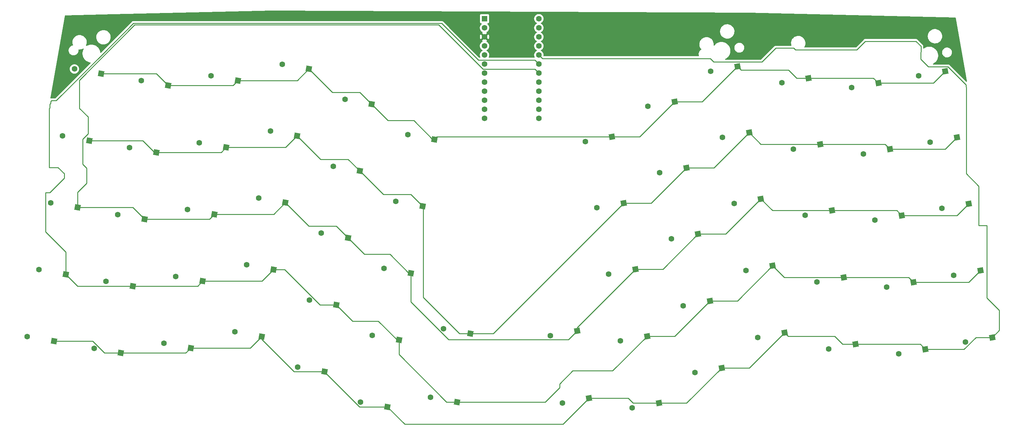
<source format=gtl>
%TF.GenerationSoftware,KiCad,Pcbnew,(6.0.8)*%
%TF.CreationDate,2023-03-16T04:40:49+07:00*%
%TF.ProjectId,test,74657374-2e6b-4696-9361-645f70636258,rev?*%
%TF.SameCoordinates,Original*%
%TF.FileFunction,Copper,L1,Top*%
%TF.FilePolarity,Positive*%
%FSLAX46Y46*%
G04 Gerber Fmt 4.6, Leading zero omitted, Abs format (unit mm)*
G04 Created by KiCad (PCBNEW (6.0.8)) date 2023-03-16 04:40:49*
%MOMM*%
%LPD*%
G01*
G04 APERTURE LIST*
G04 Aperture macros list*
%AMHorizOval*
0 Thick line with rounded ends*
0 $1 width*
0 $2 $3 position (X,Y) of the first rounded end (center of the circle)*
0 $4 $5 position (X,Y) of the second rounded end (center of the circle)*
0 Add line between two ends*
20,1,$1,$2,$3,$4,$5,0*
0 Add two circle primitives to create the rounded ends*
1,1,$1,$2,$3*
1,1,$1,$4,$5*%
%AMRotRect*
0 Rectangle, with rotation*
0 The origin of the aperture is its center*
0 $1 length*
0 $2 width*
0 $3 Rotation angle, in degrees counterclockwise*
0 Add horizontal line*
21,1,$1,$2,0,0,$3*%
G04 Aperture macros list end*
%TA.AperFunction,ComponentPad*%
%ADD10R,1.600000X1.600000*%
%TD*%
%TA.AperFunction,ComponentPad*%
%ADD11C,1.600000*%
%TD*%
%TA.AperFunction,ComponentPad*%
%ADD12RotRect,1.600000X1.600000X190.000000*%
%TD*%
%TA.AperFunction,ComponentPad*%
%ADD13HorizOval,1.600000X0.000000X0.000000X0.000000X0.000000X0*%
%TD*%
%TA.AperFunction,ComponentPad*%
%ADD14RotRect,1.600000X1.600000X170.000000*%
%TD*%
%TA.AperFunction,ComponentPad*%
%ADD15HorizOval,1.600000X0.000000X0.000000X0.000000X0.000000X0*%
%TD*%
%TA.AperFunction,Conductor*%
%ADD16C,0.250000*%
%TD*%
G04 APERTURE END LIST*
D10*
%TO.P,U1,1,TX*%
%TO.N,COL 0*%
X390130000Y-254780000D03*
D11*
%TO.P,U1,2,RX*%
%TO.N,COL 1*%
X390130000Y-257320000D03*
%TO.P,U1,3,GND*%
%TO.N,GND*%
X390130000Y-259860000D03*
%TO.P,U1,4,GND*%
%TO.N,unconnected-(U1-Pad4)*%
X390130000Y-262400000D03*
%TO.P,U1,5,SDA*%
%TO.N,COL 2*%
X390130000Y-264940000D03*
%TO.P,U1,6,SCL*%
%TO.N,COL 3*%
X390130000Y-267480000D03*
%TO.P,U1,7,D4*%
%TO.N,COL 4*%
X390130000Y-270020000D03*
%TO.P,U1,8,C6*%
%TO.N,COL 5*%
X390130000Y-272560000D03*
%TO.P,U1,9,D7*%
%TO.N,COL 6*%
X390130000Y-275100000D03*
%TO.P,U1,10,E6*%
%TO.N,COL 7*%
X390130000Y-277640000D03*
%TO.P,U1,11,B4*%
%TO.N,COL 8*%
X390130000Y-280180000D03*
%TO.P,U1,12,B5*%
%TO.N,COL 9*%
X390130000Y-282720000D03*
%TO.P,U1,13,B6*%
%TO.N,COL 10*%
X405370000Y-282720000D03*
%TO.P,U1,14,B2*%
%TO.N,COL 11*%
X405370000Y-280180000D03*
%TO.P,U1,15,B3*%
%TO.N,COL 12*%
X405370000Y-277640000D03*
%TO.P,U1,16,B1*%
%TO.N,ROW 0*%
X405370000Y-275100000D03*
%TO.P,U1,17,F7*%
%TO.N,ROW 1*%
X405370000Y-272560000D03*
%TO.P,U1,18,F6*%
%TO.N,ROW 2*%
X405370000Y-270020000D03*
%TO.P,U1,19,F5*%
%TO.N,ROW 3*%
X405370000Y-267480000D03*
%TO.P,U1,20,F4*%
%TO.N,ROW 4*%
X405370000Y-264940000D03*
%TO.P,U1,21,VCC*%
%TO.N,unconnected-(U1-Pad21)*%
X405370000Y-262400000D03*
%TO.P,U1,22,RST*%
%TO.N,unconnected-(U1-Pad22)*%
X405370000Y-259860000D03*
%TO.P,U1,23,GND*%
%TO.N,unconnected-(U1-Pad23)*%
X405370000Y-257320000D03*
%TO.P,U1,24,RAW*%
%TO.N,unconnected-(U1-Pad24)*%
X405370000Y-254780000D03*
%TD*%
D12*
%TO.P,D48,1,K*%
%TO.N,ROW 3*%
X470940916Y-324065183D03*
D13*
%TO.P,D48,2,A*%
%TO.N,Net-(D48-Pad2)*%
X463436681Y-325388382D03*
%TD*%
D12*
%TO.P,D32,1,K*%
%TO.N,ROW 2*%
X416131212Y-342337638D03*
D13*
%TO.P,D32,2,A*%
%TO.N,Net-(D32-Pad2)*%
X408626977Y-343660837D03*
%TD*%
D14*
%TO.P,D55,1,K*%
%TO.N,ROW 4*%
X327649225Y-343894871D03*
D15*
%TO.P,D55,2,A*%
%TO.N,Net-(D55-Pad2)*%
X320144990Y-342571672D03*
%TD*%
D14*
%TO.P,D17,1,K*%
%TO.N,ROW 1*%
X355176006Y-297487312D03*
D15*
%TO.P,D17,2,A*%
%TO.N,Net-(D17-Pad2)*%
X347671771Y-296164113D03*
%TD*%
D12*
%TO.P,D22,1,K*%
%TO.N,ROW 1*%
X464358001Y-286731614D03*
D13*
%TO.P,D22,2,A*%
%TO.N,Net-(D22-Pad2)*%
X456853766Y-288054813D03*
%TD*%
D14*
%TO.P,D57,1,K*%
%TO.N,ROW 4*%
X362854801Y-363643278D03*
D15*
%TO.P,D57,2,A*%
%TO.N,Net-(D57-Pad2)*%
X355350566Y-362320079D03*
%TD*%
D14*
%TO.P,D14,1,K*%
%TO.N,ROW 1*%
X298067244Y-292253466D03*
D15*
%TO.P,D14,2,A*%
%TO.N,Net-(D14-Pad2)*%
X290563009Y-290930267D03*
%TD*%
D14*
%TO.P,D18,1,K*%
%TO.N,ROW 1*%
X372778795Y-307361515D03*
D15*
%TO.P,D18,2,A*%
%TO.N,Net-(D18-Pad2)*%
X365274560Y-306038316D03*
%TD*%
D12*
%TO.P,D58,1,K*%
%TO.N,ROW 4*%
X419455750Y-361192029D03*
D13*
%TO.P,D58,2,A*%
%TO.N,Net-(D58-Pad2)*%
X411951515Y-362515228D03*
%TD*%
D14*
%TO.P,D19,1,K*%
%TO.N,ROW 1*%
X386122573Y-343056422D03*
D15*
%TO.P,D19,2,A*%
%TO.N,Net-(D19-Pad2)*%
X378618338Y-341733223D03*
%TD*%
D12*
%TO.P,D46,1,K*%
%TO.N,ROW 3*%
X435735339Y-343813590D03*
D13*
%TO.P,D46,2,A*%
%TO.N,Net-(D46-Pad2)*%
X428231104Y-345136789D03*
%TD*%
D14*
%TO.P,D41,1,K*%
%TO.N,ROW 3*%
X311038835Y-328392492D03*
D15*
%TO.P,D41,2,A*%
%TO.N,Net-(D41-Pad2)*%
X303534600Y-327069293D03*
%TD*%
D12*
%TO.P,D60,1,K*%
%TO.N,ROW 4*%
X456646125Y-352699974D03*
D13*
%TO.P,D60,2,A*%
%TO.N,Net-(D60-Pad2)*%
X449141890Y-354023173D03*
%TD*%
D12*
%TO.P,D47,1,K*%
%TO.N,ROW 3*%
X453338128Y-333939386D03*
D13*
%TO.P,D47,2,A*%
%TO.N,Net-(D47-Pad2)*%
X445833893Y-335262585D03*
%TD*%
D12*
%TO.P,D59,1,K*%
%TO.N,ROW 4*%
X439043337Y-362574178D03*
D13*
%TO.P,D59,2,A*%
%TO.N,Net-(D59-Pad2)*%
X431539102Y-363897377D03*
%TD*%
D12*
%TO.P,D51,1,K*%
%TO.N,ROW 3*%
X529207478Y-325397542D03*
D13*
%TO.P,D51,2,A*%
%TO.N,Net-(D51-Pad2)*%
X521703243Y-326720741D03*
%TD*%
D14*
%TO.P,D45,1,K*%
%TO.N,ROW 3*%
X382442389Y-362261128D03*
D15*
%TO.P,D45,2,A*%
%TO.N,Net-(D45-Pad2)*%
X374938154Y-360937929D03*
%TD*%
D12*
%TO.P,D49,1,K*%
%TO.N,ROW 3*%
X490859303Y-327323391D03*
D13*
%TO.P,D49,2,A*%
%TO.N,Net-(D49-Pad2)*%
X483355068Y-328646590D03*
%TD*%
D12*
%TO.P,D35,1,K*%
%TO.N,ROW 2*%
X467632919Y-305304596D03*
D13*
%TO.P,D35,2,A*%
%TO.N,Net-(D35-Pad2)*%
X460128684Y-306627795D03*
%TD*%
D12*
%TO.P,D50,1,K*%
%TO.N,ROW 3*%
X510446890Y-328705540D03*
D13*
%TO.P,D50,2,A*%
%TO.N,Net-(D50-Pad2)*%
X502942655Y-330028739D03*
%TD*%
D14*
%TO.P,D31,1,K*%
%TO.N,ROW 2*%
X369470797Y-326122103D03*
D15*
%TO.P,D31,2,A*%
%TO.N,Net-(D31-Pad2)*%
X361966562Y-324798904D03*
%TD*%
D12*
%TO.P,D37,1,K*%
%TO.N,ROW 2*%
X507138893Y-309944953D03*
D13*
%TO.P,D37,2,A*%
%TO.N,Net-(D37-Pad2)*%
X499634658Y-311268152D03*
%TD*%
D14*
%TO.P,D2,1,K*%
%TO.N,ROW 0*%
X301375241Y-273492878D03*
D15*
%TO.P,D2,2,A*%
%TO.N,Net-(D2-Pad2)*%
X293871006Y-272169679D03*
%TD*%
D12*
%TO.P,D12,1,K*%
%TO.N,ROW 0*%
X519349645Y-269490992D03*
D13*
%TO.P,D12,2,A*%
%TO.N,Net-(D12-Pad2)*%
X511845410Y-270814191D03*
%TD*%
D12*
%TO.P,D63,1,K*%
%TO.N,ROW 4*%
X513754888Y-347466128D03*
D13*
%TO.P,D63,2,A*%
%TO.N,Net-(D63-Pad2)*%
X506250653Y-348789327D03*
%TD*%
D12*
%TO.P,D20,1,K*%
%TO.N,ROW 1*%
X429152424Y-306480021D03*
D13*
%TO.P,D20,2,A*%
%TO.N,Net-(D20-Pad2)*%
X421648189Y-307803220D03*
%TD*%
D12*
%TO.P,D24,1,K*%
%TO.N,ROW 1*%
X503863975Y-291371972D03*
D13*
%TO.P,D24,2,A*%
%TO.N,Net-(D24-Pad2)*%
X496359740Y-292695171D03*
%TD*%
D14*
%TO.P,D27,1,K*%
%TO.N,ROW 2*%
X294759246Y-311014053D03*
D15*
%TO.P,D27,2,A*%
%TO.N,Net-(D27-Pad2)*%
X287255011Y-309690854D03*
%TD*%
D14*
%TO.P,D52,1,K*%
%TO.N,ROW 4*%
X269382663Y-345227230D03*
D15*
%TO.P,D52,2,A*%
%TO.N,Net-(D52-Pad2)*%
X261878428Y-343904031D03*
%TD*%
D12*
%TO.P,D9,1,K*%
%TO.N,ROW 0*%
X461083083Y-268158633D03*
D13*
%TO.P,D9,2,A*%
%TO.N,Net-(D9-Pad2)*%
X453578848Y-269481832D03*
%TD*%
D14*
%TO.P,D3,1,K*%
%TO.N,ROW 0*%
X320962829Y-272110729D03*
D15*
%TO.P,D3,2,A*%
%TO.N,Net-(D3-Pad2)*%
X313458594Y-270787530D03*
%TD*%
D12*
%TO.P,D25,1,K*%
%TO.N,ROW 1*%
X522624562Y-288063974D03*
D13*
%TO.P,D25,2,A*%
%TO.N,Net-(D25-Pad2)*%
X515120327Y-289387173D03*
%TD*%
D12*
%TO.P,D33,1,K*%
%TO.N,ROW 2*%
X432427342Y-325053003D03*
D13*
%TO.P,D33,2,A*%
%TO.N,Net-(D33-Pad2)*%
X424923107Y-326376202D03*
%TD*%
D14*
%TO.P,D15,1,K*%
%TO.N,ROW 1*%
X317654831Y-290871316D03*
D15*
%TO.P,D15,2,A*%
%TO.N,Net-(D15-Pad2)*%
X310150596Y-289548117D03*
%TD*%
D14*
%TO.P,D28,1,K*%
%TO.N,ROW 2*%
X314346833Y-309631904D03*
D15*
%TO.P,D28,2,A*%
%TO.N,Net-(D28-Pad2)*%
X306842598Y-308308705D03*
%TD*%
D14*
%TO.P,D29,1,K*%
%TO.N,ROW 2*%
X334265220Y-306373696D03*
D15*
%TO.P,D29,2,A*%
%TO.N,Net-(D29-Pad2)*%
X326760985Y-305050497D03*
%TD*%
D12*
%TO.P,D38,1,K*%
%TO.N,ROW 2*%
X525899480Y-306636956D03*
D13*
%TO.P,D38,2,A*%
%TO.N,Net-(D38-Pad2)*%
X518395245Y-307960155D03*
%TD*%
D12*
%TO.P,D23,1,K*%
%TO.N,ROW 1*%
X484276388Y-289989822D03*
D13*
%TO.P,D23,2,A*%
%TO.N,Net-(D23-Pad2)*%
X476772153Y-291313021D03*
%TD*%
D12*
%TO.P,D11,1,K*%
%TO.N,ROW 0*%
X500589057Y-272798990D03*
D13*
%TO.P,D11,2,A*%
%TO.N,Net-(D11-Pad2)*%
X493084822Y-274122189D03*
%TD*%
D14*
%TO.P,D6,1,K*%
%TO.N,ROW 0*%
X376086792Y-288600928D03*
D15*
%TO.P,D6,2,A*%
%TO.N,Net-(D6-Pad2)*%
X368582557Y-287277729D03*
%TD*%
D14*
%TO.P,D39,1,K*%
%TO.N,ROW 3*%
X272690660Y-326466643D03*
D15*
%TO.P,D39,2,A*%
%TO.N,Net-(D39-Pad2)*%
X265186425Y-325143444D03*
%TD*%
D12*
%TO.P,D64,1,K*%
%TO.N,ROW 4*%
X532515476Y-344158130D03*
D13*
%TO.P,D64,2,A*%
%TO.N,Net-(D64-Pad2)*%
X525011241Y-345481329D03*
%TD*%
D12*
%TO.P,D62,1,K*%
%TO.N,ROW 4*%
X494167301Y-346083979D03*
D13*
%TO.P,D62,2,A*%
%TO.N,Net-(D62-Pad2)*%
X486663066Y-347407178D03*
%TD*%
D14*
%TO.P,D40,1,K*%
%TO.N,ROW 3*%
X291451248Y-329774641D03*
D15*
%TO.P,D40,2,A*%
%TO.N,Net-(D40-Pad2)*%
X283947013Y-328451442D03*
%TD*%
D12*
%TO.P,D36,1,K*%
%TO.N,ROW 2*%
X487551305Y-308562804D03*
D13*
%TO.P,D36,2,A*%
%TO.N,Net-(D36-Pad2)*%
X480047070Y-309886003D03*
%TD*%
D14*
%TO.P,D16,1,K*%
%TO.N,ROW 1*%
X337573218Y-287613109D03*
D15*
%TO.P,D16,2,A*%
%TO.N,Net-(D16-Pad2)*%
X330068983Y-286289910D03*
%TD*%
D12*
%TO.P,D8,1,K*%
%TO.N,ROW 0*%
X443480294Y-278032836D03*
D13*
%TO.P,D8,2,A*%
%TO.N,Net-(D8-Pad2)*%
X435976059Y-279356035D03*
%TD*%
D12*
%TO.P,D10,1,K*%
%TO.N,ROW 0*%
X481001470Y-271416841D03*
D13*
%TO.P,D10,2,A*%
%TO.N,Net-(D10-Pad2)*%
X473497235Y-272740040D03*
%TD*%
D14*
%TO.P,D42,1,K*%
%TO.N,ROW 3*%
X330957222Y-325134284D03*
D15*
%TO.P,D42,2,A*%
%TO.N,Net-(D42-Pad2)*%
X323452987Y-323811085D03*
%TD*%
D14*
%TO.P,D44,1,K*%
%TO.N,ROW 3*%
X366162799Y-344882691D03*
D15*
%TO.P,D44,2,A*%
%TO.N,Net-(D44-Pad2)*%
X358658564Y-343559492D03*
%TD*%
D14*
%TO.P,D5,1,K*%
%TO.N,ROW 0*%
X358484004Y-278726724D03*
D15*
%TO.P,D5,2,A*%
%TO.N,Net-(D5-Pad2)*%
X350979769Y-277403525D03*
%TD*%
D14*
%TO.P,D26,1,K*%
%TO.N,ROW 2*%
X275998658Y-307706055D03*
D15*
%TO.P,D26,2,A*%
%TO.N,Net-(D26-Pad2)*%
X268494423Y-306382856D03*
%TD*%
D14*
%TO.P,D30,1,K*%
%TO.N,ROW 2*%
X351868008Y-316247900D03*
D15*
%TO.P,D30,2,A*%
%TO.N,Net-(D30-Pad2)*%
X344363773Y-314924701D03*
%TD*%
D12*
%TO.P,D21,1,K*%
%TO.N,ROW 1*%
X446755212Y-296605818D03*
D13*
%TO.P,D21,2,A*%
%TO.N,Net-(D21-Pad2)*%
X439250977Y-297929017D03*
%TD*%
D12*
%TO.P,D61,1,K*%
%TO.N,ROW 4*%
X474248914Y-342825771D03*
D13*
%TO.P,D61,2,A*%
%TO.N,Net-(D61-Pad2)*%
X466744679Y-344148970D03*
%TD*%
D14*
%TO.P,D43,1,K*%
%TO.N,ROW 3*%
X348560011Y-335008487D03*
D15*
%TO.P,D43,2,A*%
%TO.N,Net-(D43-Pad2)*%
X341055776Y-333685288D03*
%TD*%
D12*
%TO.P,D34,1,K*%
%TO.N,ROW 2*%
X450030130Y-315178800D03*
D13*
%TO.P,D34,2,A*%
%TO.N,Net-(D34-Pad2)*%
X442525895Y-316501999D03*
%TD*%
D14*
%TO.P,D4,1,K*%
%TO.N,ROW 0*%
X340881215Y-268852521D03*
D15*
%TO.P,D4,2,A*%
%TO.N,Net-(D4-Pad2)*%
X333376980Y-267529322D03*
%TD*%
D12*
%TO.P,D7,1,K*%
%TO.N,ROW 0*%
X425877506Y-287907040D03*
D13*
%TO.P,D7,2,A*%
%TO.N,Net-(D7-Pad2)*%
X418373271Y-289230239D03*
%TD*%
D14*
%TO.P,D1,1,K*%
%TO.N,ROW 0*%
X282614654Y-270184880D03*
D15*
%TO.P,D1,2,A*%
%TO.N,Net-(D1-Pad2)*%
X275110419Y-268861681D03*
%TD*%
D14*
%TO.P,D54,1,K*%
%TO.N,ROW 4*%
X307730838Y-347153079D03*
D15*
%TO.P,D54,2,A*%
%TO.N,Net-(D54-Pad2)*%
X300226603Y-345829880D03*
%TD*%
D14*
%TO.P,D53,1,K*%
%TO.N,ROW 4*%
X288143250Y-348535228D03*
D15*
%TO.P,D53,2,A*%
%TO.N,Net-(D53-Pad2)*%
X280639015Y-347212029D03*
%TD*%
D14*
%TO.P,D56,1,K*%
%TO.N,ROW 4*%
X345252013Y-353769074D03*
D15*
%TO.P,D56,2,A*%
%TO.N,Net-(D56-Pad2)*%
X337747778Y-352445875D03*
%TD*%
D14*
%TO.P,D13,1,K*%
%TO.N,ROW 1*%
X279306656Y-288945468D03*
D15*
%TO.P,D13,2,A*%
%TO.N,Net-(D13-Pad2)*%
X271802421Y-287622269D03*
%TD*%
D16*
%TO.N,ROW 0*%
X499206908Y-271416841D02*
X500589057Y-272798990D01*
X301375241Y-273492878D02*
X319580680Y-273492878D01*
X347475085Y-275446391D02*
X355203671Y-275446391D01*
X516041647Y-272798990D02*
X519349645Y-269490992D01*
X337623007Y-272110729D02*
X340881215Y-268852521D01*
X358484004Y-278726724D02*
X363076841Y-283319561D01*
X363076841Y-283319561D02*
X370319561Y-283319561D01*
X475427790Y-269177790D02*
X477666841Y-271416841D01*
X375600928Y-288600928D02*
X376086792Y-288600928D01*
X433606090Y-287907040D02*
X443480294Y-278032836D01*
X376780680Y-287907040D02*
X425877506Y-287907040D01*
X376086792Y-288600928D02*
X376780680Y-287907040D01*
X320962829Y-272110729D02*
X337623007Y-272110729D01*
X298067243Y-270184880D02*
X301375241Y-273492878D01*
X461083083Y-268158633D02*
X462102240Y-269177790D01*
X443480294Y-278032836D02*
X451208880Y-278032836D01*
X425877506Y-287907040D02*
X433606090Y-287907040D01*
X370319561Y-283319561D02*
X375600928Y-288600928D01*
X477666841Y-271416841D02*
X481001470Y-271416841D01*
X451208880Y-278032836D02*
X461083083Y-268158633D01*
X282614654Y-270184880D02*
X298067243Y-270184880D01*
X340881215Y-268852521D02*
X347475085Y-275446391D01*
X319580680Y-273492878D02*
X320962829Y-272110729D01*
X462102240Y-269177790D02*
X475427790Y-269177790D01*
X481001470Y-271416841D02*
X499206908Y-271416841D01*
X355203671Y-275446391D02*
X358484004Y-278726724D01*
X500589057Y-272798990D02*
X516041647Y-272798990D01*
%TO.N,ROW 1*%
X294317690Y-288945468D02*
X297625688Y-292253466D01*
X369498462Y-304081182D02*
X372778795Y-307361515D01*
X298067244Y-292253466D02*
X316272681Y-292253466D01*
X484276388Y-289989822D02*
X502481825Y-289989822D01*
X361769876Y-304081182D02*
X369498462Y-304081182D01*
X337573218Y-287613109D02*
X344167087Y-294206978D01*
X351895672Y-294206978D02*
X355176006Y-297487312D01*
X355176006Y-297487312D02*
X361769876Y-304081182D01*
X317654831Y-290871316D02*
X334315011Y-290871316D01*
X429152424Y-306480021D02*
X436881009Y-306480021D01*
X446755212Y-296605818D02*
X454483797Y-296605818D01*
X372982963Y-332896693D02*
X383142692Y-343056422D01*
X279306656Y-288945468D02*
X294317690Y-288945468D01*
X372982963Y-307565683D02*
X372982963Y-332896693D01*
X392576023Y-343056422D02*
X429152424Y-306480021D01*
X467616209Y-289989822D02*
X484276388Y-289989822D01*
X344167087Y-294206978D02*
X351895672Y-294206978D01*
X503863975Y-291371972D02*
X519316564Y-291371972D01*
X519316564Y-291371972D02*
X522624562Y-288063974D01*
X383142692Y-343056422D02*
X386122573Y-343056422D01*
X502481825Y-289989822D02*
X503863975Y-291371972D01*
X464358001Y-286731614D02*
X467616209Y-289989822D01*
X297625688Y-292253466D02*
X298067244Y-292253466D01*
X334315011Y-290871316D02*
X337573218Y-287613109D01*
X436881009Y-306480021D02*
X446755212Y-296605818D01*
X372778795Y-307361515D02*
X372982963Y-307565683D01*
X454483797Y-296605818D02*
X464358001Y-286731614D01*
X316272681Y-292253466D02*
X317654831Y-290871316D01*
X386122573Y-343056422D02*
X392576023Y-343056422D01*
%TO.N,ROW 2*%
X389664009Y-268895000D02*
X377269009Y-256500000D01*
X312964684Y-311014053D02*
X314346833Y-309631904D01*
X340859090Y-312967566D02*
X348587674Y-312967566D01*
X369470797Y-334176673D02*
X380079961Y-344785837D01*
X294759246Y-311014053D02*
X312964684Y-311014053D01*
X276500000Y-279880102D02*
X278934899Y-282315001D01*
X457758715Y-315178800D02*
X467632919Y-305304596D01*
X275998658Y-303433351D02*
X275998658Y-307706055D01*
X404245000Y-268895000D02*
X389664009Y-268895000D01*
X275998658Y-307706055D02*
X291451248Y-307706055D01*
X314346833Y-309631904D02*
X331007012Y-309631904D01*
X368872103Y-326122103D02*
X369470797Y-326122103D01*
X277418196Y-288581804D02*
X277418196Y-295620063D01*
X278516546Y-296718413D02*
X278516546Y-300915463D01*
X348587674Y-312967566D02*
X351868008Y-316247900D01*
X278516546Y-300915463D02*
X275998658Y-303433351D01*
X278934899Y-282315001D02*
X278934899Y-287065101D01*
X369470797Y-326122103D02*
X369470797Y-334176673D01*
X356460844Y-320840736D02*
X363590736Y-320840736D01*
X487551305Y-308562804D02*
X505756744Y-308562804D01*
X276500000Y-272026828D02*
X276500000Y-279880102D01*
X291451248Y-307706055D02*
X294759246Y-311014053D01*
X432427342Y-325053003D02*
X440155927Y-325053003D01*
X278934899Y-287065101D02*
X277418196Y-288581804D01*
X470891127Y-308562804D02*
X487551305Y-308562804D01*
X351868008Y-316247900D02*
X356460844Y-320840736D01*
X413683013Y-344785837D02*
X416131212Y-342337638D01*
X292026828Y-256500000D02*
X276500000Y-272026828D01*
X416131212Y-341349133D02*
X432427342Y-325053003D01*
X380079961Y-344785837D02*
X413683013Y-344785837D01*
X522591483Y-309944953D02*
X525899480Y-306636956D01*
X440155927Y-325053003D02*
X450030130Y-315178800D01*
X363590736Y-320840736D02*
X368872103Y-326122103D01*
X505756744Y-308562804D02*
X507138893Y-309944953D01*
X331007012Y-309631904D02*
X334265220Y-306373696D01*
X277418196Y-295620063D02*
X278516546Y-296718413D01*
X377269009Y-256500000D02*
X292026828Y-256500000D01*
X507138893Y-309944953D02*
X522591483Y-309944953D01*
X467632919Y-305304596D02*
X470891127Y-308562804D01*
X450030130Y-315178800D02*
X457758715Y-315178800D01*
X405370000Y-270020000D02*
X404245000Y-268895000D01*
X334265220Y-306373696D02*
X340859090Y-312967566D01*
X416131212Y-342337638D02*
X416131212Y-341349133D01*
%TO.N,ROW 3*%
X365632691Y-344882691D02*
X366162799Y-344882691D01*
X426048929Y-353500000D02*
X435735339Y-343813590D01*
X268500000Y-278000000D02*
X268500000Y-278500000D01*
X270009774Y-277750000D02*
X268750000Y-277750000D01*
X272690660Y-326466643D02*
X275998658Y-329774641D01*
X268500000Y-278500000D02*
X268250000Y-278750000D01*
X411195400Y-358220745D02*
X411195400Y-357192322D01*
X510446890Y-328705540D02*
X525899480Y-328705540D01*
X291700000Y-256050000D02*
X283250000Y-264500000D01*
X283250000Y-264500000D02*
X283250000Y-264509774D01*
X414887722Y-353500000D02*
X426048929Y-353500000D01*
X272250000Y-298250000D02*
X272250000Y-299500000D01*
X348560011Y-335008487D02*
X353152848Y-339601324D01*
X474199124Y-327323391D02*
X490859303Y-327323391D01*
X411195400Y-357192322D02*
X414887722Y-353500000D01*
X327699014Y-328392492D02*
X330957222Y-325134284D01*
X509064741Y-327323391D02*
X510446890Y-328705540D01*
X366162799Y-348961421D02*
X379462506Y-362261128D01*
X267005177Y-314522449D02*
X272690660Y-320207932D01*
X272690660Y-320207932D02*
X272690660Y-326466643D01*
X291451248Y-329774641D02*
X309656686Y-329774641D01*
X268000000Y-280000000D02*
X268000000Y-296500000D01*
X366162799Y-344882691D02*
X366162799Y-348961421D01*
X272250000Y-299500000D02*
X268244823Y-303505177D01*
X311038835Y-328392492D02*
X327699014Y-328392492D01*
X268250000Y-278750000D02*
X268250000Y-279750000D01*
X461066713Y-333939386D02*
X470940916Y-324065183D01*
X268244823Y-303505177D02*
X267005177Y-303505177D01*
X334095763Y-325134284D02*
X343969966Y-335008487D01*
X490859303Y-327323391D02*
X509064741Y-327323391D01*
X404245000Y-266355000D02*
X388394999Y-266355000D01*
X407155017Y-362261128D02*
X411195400Y-358220745D01*
X275998658Y-329774641D02*
X291451248Y-329774641D01*
X405370000Y-267480000D02*
X404245000Y-266355000D01*
X268250000Y-279750000D02*
X268000000Y-280000000D01*
X268000000Y-296500000D02*
X270500000Y-296500000D01*
X525899480Y-328705540D02*
X529207478Y-325397542D01*
X270500000Y-296500000D02*
X272250000Y-298250000D01*
X379462506Y-362261128D02*
X382442389Y-362261128D01*
X435735339Y-343813590D02*
X443463924Y-343813590D01*
X360351324Y-339601324D02*
X365632691Y-344882691D01*
X353152848Y-339601324D02*
X360351324Y-339601324D01*
X309656686Y-329774641D02*
X311038835Y-328392492D01*
X382442389Y-362261128D02*
X407155017Y-362261128D01*
X378089999Y-256050000D02*
X291700000Y-256050000D01*
X388394999Y-266355000D02*
X378089999Y-256050000D01*
X267005177Y-303505177D02*
X267005177Y-314522449D01*
X453338128Y-333939386D02*
X461066713Y-333939386D01*
X470940916Y-324065183D02*
X474199124Y-327323391D01*
X443463924Y-343813590D02*
X453338128Y-333939386D01*
X283250000Y-264509774D02*
X270009774Y-277750000D01*
X268750000Y-277750000D02*
X268500000Y-278000000D01*
X343969966Y-335008487D02*
X348560011Y-335008487D01*
X330957222Y-325134284D02*
X334095763Y-325134284D01*
%TO.N,ROW 4*%
X531000000Y-312750000D02*
X531000000Y-333064177D01*
X453419583Y-265919583D02*
X454406868Y-266906868D01*
X430424745Y-361192029D02*
X431806894Y-362574178D01*
X283553205Y-348535228D02*
X288143250Y-348535228D01*
X439043337Y-362574178D02*
X446771921Y-362574178D01*
X406349583Y-265919583D02*
X453419583Y-265919583D01*
X534500000Y-336564177D02*
X534500000Y-342173606D01*
X512473216Y-264138576D02*
X512473216Y-266101040D01*
X525250000Y-274000000D02*
X525250000Y-298250000D01*
X327649225Y-343894871D02*
X327649225Y-344707213D01*
X528750000Y-312750000D02*
X531000000Y-312750000D01*
X327649225Y-344707213D02*
X336711086Y-353769074D01*
X336711086Y-353769074D02*
X345252013Y-353769074D01*
X534500000Y-342173606D02*
X532515476Y-344158130D01*
X474248914Y-342825771D02*
X475268071Y-343844928D01*
X362854801Y-363643278D02*
X362893278Y-363643278D01*
X494556305Y-263476767D02*
X496924157Y-261108915D01*
X306348689Y-348535228D02*
X307730838Y-347153079D01*
X525196983Y-273946983D02*
X525250000Y-274000000D01*
X488344928Y-343844928D02*
X490583979Y-346083979D01*
X419455750Y-361192029D02*
X430424745Y-361192029D01*
X367750000Y-368500000D02*
X412147779Y-368500000D01*
X528750000Y-301750000D02*
X528750000Y-312750000D01*
X513754888Y-347466128D02*
X524617433Y-347466128D01*
X520133194Y-268239227D02*
X525196983Y-273303017D01*
X511129504Y-261108915D02*
X512523934Y-262503345D01*
X476859803Y-263000000D02*
X477336570Y-263476767D01*
X345252013Y-353812517D02*
X355082774Y-363643278D01*
X471854950Y-263000000D02*
X476859803Y-263000000D01*
X512523934Y-264087858D02*
X512473216Y-264138576D01*
X307730838Y-347153079D02*
X324391017Y-347153079D01*
X475268071Y-343844928D02*
X488344928Y-343844928D01*
X496924157Y-261108915D02*
X511129504Y-261108915D01*
X324391017Y-347153079D02*
X327649225Y-343894871D01*
X524617433Y-347466128D02*
X527925431Y-344158130D01*
X456646125Y-352699974D02*
X464374711Y-352699974D01*
X467948082Y-266906868D02*
X471854950Y-263000000D01*
X446771921Y-362574178D02*
X456646125Y-352699974D01*
X490583979Y-346083979D02*
X494167301Y-346083979D01*
X477336570Y-263476767D02*
X494556305Y-263476767D01*
X512523934Y-262503345D02*
X512523934Y-264087858D01*
X525196983Y-273303017D02*
X525196983Y-273946983D01*
X525250000Y-298250000D02*
X528750000Y-301750000D01*
X512473216Y-266101040D02*
X514611403Y-268239227D01*
X288143250Y-348535228D02*
X306348689Y-348535228D01*
X454406868Y-266906868D02*
X467948082Y-266906868D01*
X362893278Y-363643278D02*
X367750000Y-368500000D01*
X531000000Y-333064177D02*
X534500000Y-336564177D01*
X345252013Y-353769074D02*
X345252013Y-353812517D01*
X269382663Y-345227230D02*
X280245207Y-345227230D01*
X514611403Y-268239227D02*
X520133194Y-268239227D01*
X355082774Y-363643278D02*
X362854801Y-363643278D01*
X431806894Y-362574178D02*
X439043337Y-362574178D01*
X512372739Y-346083979D02*
X513754888Y-347466128D01*
X464374711Y-352699974D02*
X474248914Y-342825771D01*
X405370000Y-264940000D02*
X406349583Y-265919583D01*
X280245207Y-345227230D02*
X283553205Y-348535228D01*
X527925431Y-344158130D02*
X532515476Y-344158130D01*
X412147779Y-368500000D02*
X419455750Y-361192029D01*
X494167301Y-346083979D02*
X512372739Y-346083979D01*
%TD*%
%TA.AperFunction,Conductor*%
%TO.N,GND*%
G36*
X464396753Y-253114787D02*
G01*
X464399049Y-253114819D01*
X522150105Y-254428284D01*
X522217753Y-254449829D01*
X522263014Y-254504528D01*
X522271327Y-254532380D01*
X525400525Y-272286507D01*
X525392651Y-272357066D01*
X525347880Y-272412166D01*
X525280427Y-272434315D01*
X525211707Y-272416479D01*
X525187343Y-272397473D01*
X524259723Y-271469852D01*
X520636846Y-267846974D01*
X520629306Y-267838688D01*
X520625194Y-267832209D01*
X520575542Y-267785583D01*
X520572701Y-267782829D01*
X520552964Y-267763092D01*
X520549767Y-267760612D01*
X520540745Y-267752907D01*
X520539704Y-267751929D01*
X520508515Y-267722641D01*
X520501569Y-267718822D01*
X520501566Y-267718820D01*
X520490760Y-267712879D01*
X520474241Y-267702028D01*
X520468366Y-267697471D01*
X520458235Y-267689613D01*
X520450966Y-267686468D01*
X520450962Y-267686465D01*
X520417657Y-267672053D01*
X520407007Y-267666836D01*
X520368254Y-267645532D01*
X520348631Y-267640494D01*
X520329928Y-267634090D01*
X520318614Y-267629194D01*
X520318613Y-267629194D01*
X520311339Y-267626046D01*
X520303516Y-267624807D01*
X520303506Y-267624804D01*
X520267670Y-267619128D01*
X520256050Y-267616722D01*
X520220905Y-267607699D01*
X520220904Y-267607699D01*
X520213224Y-267605727D01*
X520192970Y-267605727D01*
X520173259Y-267604176D01*
X520161080Y-267602247D01*
X520153251Y-267601007D01*
X520145359Y-267601753D01*
X520109233Y-267605168D01*
X520097375Y-267605727D01*
X516000185Y-267605727D01*
X515932064Y-267585725D01*
X515885571Y-267532069D01*
X515875467Y-267461795D01*
X515904961Y-267397215D01*
X515946537Y-267365719D01*
X515947043Y-267365481D01*
X516050041Y-267317014D01*
X516058560Y-267311608D01*
X516151223Y-267252802D01*
X516315899Y-267148295D01*
X516558515Y-266947586D01*
X516774062Y-266718052D01*
X516801116Y-266680816D01*
X516867106Y-266589988D01*
X516959141Y-266463312D01*
X516969340Y-266444761D01*
X517108930Y-266190847D01*
X517108931Y-266190844D01*
X517110833Y-266187385D01*
X517226747Y-265894621D01*
X517305053Y-265589638D01*
X517344517Y-265277246D01*
X517344517Y-264962370D01*
X517305053Y-264649978D01*
X517226747Y-264344995D01*
X517219892Y-264327680D01*
X517195439Y-264265920D01*
X517158359Y-264172268D01*
X518457979Y-264172268D01*
X518466788Y-264406891D01*
X518472797Y-264435530D01*
X518512689Y-264625650D01*
X518515002Y-264636676D01*
X518601242Y-264855052D01*
X518618272Y-264883117D01*
X518711522Y-265036787D01*
X518723044Y-265055775D01*
X518876925Y-265233107D01*
X518881057Y-265236495D01*
X519054356Y-265378592D01*
X519054362Y-265378596D01*
X519058484Y-265381976D01*
X519063120Y-265384615D01*
X519063123Y-265384617D01*
X519205987Y-265465940D01*
X519262530Y-265498126D01*
X519483229Y-265578236D01*
X519488478Y-265579185D01*
X519488481Y-265579186D01*
X519564095Y-265592859D01*
X519714270Y-265620015D01*
X519718409Y-265620210D01*
X519718416Y-265620211D01*
X519737380Y-265621105D01*
X519737389Y-265621105D01*
X519738869Y-265621175D01*
X519903890Y-265621175D01*
X519985239Y-265614272D01*
X520073577Y-265606777D01*
X520073581Y-265606776D01*
X520078888Y-265606326D01*
X520084043Y-265604988D01*
X520084049Y-265604987D01*
X520261763Y-265558861D01*
X520306146Y-265547342D01*
X520311012Y-265545150D01*
X520311015Y-265545149D01*
X520515357Y-265453099D01*
X520515360Y-265453098D01*
X520520218Y-265450909D01*
X520525952Y-265447049D01*
X520622608Y-265381976D01*
X520714981Y-265319787D01*
X520724761Y-265310458D01*
X520806627Y-265232361D01*
X520884867Y-265157724D01*
X520912025Y-265121223D01*
X520974731Y-265036942D01*
X521025018Y-264969354D01*
X521027476Y-264964521D01*
X521129009Y-264764819D01*
X521129009Y-264764818D01*
X521131427Y-264760063D01*
X521198708Y-264543381D01*
X521199469Y-264540930D01*
X521201051Y-264535835D01*
X521214782Y-264432238D01*
X521231201Y-264308365D01*
X521231201Y-264308362D01*
X521231901Y-264303082D01*
X521231209Y-264284636D01*
X521227788Y-264193545D01*
X521223092Y-264068459D01*
X521198845Y-263952901D01*
X521175975Y-263843901D01*
X521175974Y-263843898D01*
X521174878Y-263838674D01*
X521088638Y-263620298D01*
X521026973Y-263518678D01*
X520969604Y-263424136D01*
X520969602Y-263424133D01*
X520966836Y-263419575D01*
X520812955Y-263242243D01*
X520792073Y-263225121D01*
X520635524Y-263096758D01*
X520635518Y-263096754D01*
X520631396Y-263093374D01*
X520626760Y-263090735D01*
X520626757Y-263090733D01*
X520431993Y-262979867D01*
X520427350Y-262977224D01*
X520206651Y-262897114D01*
X520201402Y-262896165D01*
X520201399Y-262896164D01*
X520120325Y-262881504D01*
X519975610Y-262855335D01*
X519971471Y-262855140D01*
X519971464Y-262855139D01*
X519952500Y-262854245D01*
X519952491Y-262854245D01*
X519951011Y-262854175D01*
X519785990Y-262854175D01*
X519704641Y-262861078D01*
X519616303Y-262868573D01*
X519616299Y-262868574D01*
X519610992Y-262869024D01*
X519605837Y-262870362D01*
X519605831Y-262870363D01*
X519452793Y-262910084D01*
X519383734Y-262928008D01*
X519378868Y-262930200D01*
X519378865Y-262930201D01*
X519174523Y-263022251D01*
X519174520Y-263022252D01*
X519169662Y-263024441D01*
X518974899Y-263155563D01*
X518971042Y-263159242D01*
X518971040Y-263159244D01*
X518960134Y-263169648D01*
X518805013Y-263317626D01*
X518801831Y-263321903D01*
X518801830Y-263321904D01*
X518758217Y-263380522D01*
X518664862Y-263505996D01*
X518662446Y-263510747D01*
X518662444Y-263510751D01*
X518575658Y-263681448D01*
X518558453Y-263715287D01*
X518556871Y-263720382D01*
X518491602Y-263930586D01*
X518488829Y-263939515D01*
X518488128Y-263944804D01*
X518458841Y-264165767D01*
X518457979Y-264172268D01*
X517158359Y-264172268D01*
X517110833Y-264052231D01*
X517108930Y-264048769D01*
X516961050Y-263779776D01*
X516961048Y-263779773D01*
X516959141Y-263776304D01*
X516819007Y-263583426D01*
X516776390Y-263524768D01*
X516776389Y-263524766D01*
X516774062Y-263521564D01*
X516558515Y-263292030D01*
X516315899Y-263091321D01*
X516091415Y-262948859D01*
X516053388Y-262924726D01*
X516053387Y-262924726D01*
X516050041Y-262922602D01*
X516046462Y-262920918D01*
X516046455Y-262920914D01*
X515768723Y-262790224D01*
X515768719Y-262790222D01*
X515765133Y-262788535D01*
X515732541Y-262777945D01*
X515620165Y-262741432D01*
X515465669Y-262691233D01*
X515156371Y-262632231D01*
X515062817Y-262626345D01*
X514922759Y-262617533D01*
X514922743Y-262617532D01*
X514920764Y-262617408D01*
X514763470Y-262617408D01*
X514761491Y-262617532D01*
X514761475Y-262617533D01*
X514621417Y-262626345D01*
X514527863Y-262632231D01*
X514218565Y-262691233D01*
X514064069Y-262741432D01*
X513951694Y-262777945D01*
X513919101Y-262788535D01*
X513915515Y-262790222D01*
X513915511Y-262790224D01*
X513637779Y-262920914D01*
X513637772Y-262920918D01*
X513634193Y-262922602D01*
X513630847Y-262924726D01*
X513630846Y-262924726D01*
X513592819Y-262948859D01*
X513368335Y-263091321D01*
X513365291Y-263093839D01*
X513365283Y-263093845D01*
X513363751Y-263095113D01*
X513363231Y-263095336D01*
X513362078Y-263096174D01*
X513361888Y-263095913D01*
X513298514Y-263123124D01*
X513228489Y-263111419D01*
X513175909Y-263063713D01*
X513157434Y-262998030D01*
X513157434Y-262582112D01*
X513157961Y-262570929D01*
X513159636Y-262563436D01*
X513158728Y-262534528D01*
X513157496Y-262495346D01*
X513157434Y-262491388D01*
X513157434Y-262463489D01*
X513156930Y-262459498D01*
X513155997Y-262447656D01*
X513155990Y-262447417D01*
X513154608Y-262403456D01*
X513152396Y-262395842D01*
X513152395Y-262395837D01*
X513148957Y-262384004D01*
X513144946Y-262364640D01*
X513143401Y-262352409D01*
X513142408Y-262344548D01*
X513139491Y-262337181D01*
X513139490Y-262337176D01*
X513126132Y-262303437D01*
X513122288Y-262292210D01*
X513116933Y-262273781D01*
X513109952Y-262249752D01*
X513099641Y-262232317D01*
X513090946Y-262214569D01*
X513083486Y-262195728D01*
X513057498Y-262159958D01*
X513050982Y-262150038D01*
X513032514Y-262118810D01*
X513032512Y-262118807D01*
X513028476Y-262111983D01*
X513014155Y-262097662D01*
X513001314Y-262082628D01*
X512994065Y-262072651D01*
X512989406Y-262066238D01*
X512955329Y-262038047D01*
X512946550Y-262030057D01*
X511633156Y-260716662D01*
X511625616Y-260708376D01*
X511621504Y-260701897D01*
X511604858Y-260686265D01*
X511577059Y-260660161D01*
X511571852Y-260655271D01*
X511569011Y-260652517D01*
X511549274Y-260632780D01*
X511546077Y-260630300D01*
X511537055Y-260622595D01*
X511525291Y-260611548D01*
X511504825Y-260592329D01*
X511497879Y-260588510D01*
X511497876Y-260588508D01*
X511487070Y-260582567D01*
X511470551Y-260571716D01*
X511470087Y-260571356D01*
X511454545Y-260559301D01*
X511447276Y-260556156D01*
X511447272Y-260556153D01*
X511413967Y-260541741D01*
X511403317Y-260536524D01*
X511364564Y-260515220D01*
X511344941Y-260510182D01*
X511326238Y-260503778D01*
X511314924Y-260498882D01*
X511314923Y-260498882D01*
X511307649Y-260495734D01*
X511299826Y-260494495D01*
X511299816Y-260494492D01*
X511263980Y-260488816D01*
X511252360Y-260486410D01*
X511217215Y-260477387D01*
X511217214Y-260477387D01*
X511209534Y-260475415D01*
X511189280Y-260475415D01*
X511169569Y-260473864D01*
X511167038Y-260473463D01*
X511149561Y-260470695D01*
X511141669Y-260471441D01*
X511105543Y-260474856D01*
X511093685Y-260475415D01*
X497002920Y-260475415D01*
X496991736Y-260474888D01*
X496984248Y-260473214D01*
X496976325Y-260473463D01*
X496916190Y-260475353D01*
X496912232Y-260475415D01*
X496884301Y-260475415D01*
X496880386Y-260475910D01*
X496880382Y-260475910D01*
X496880324Y-260475918D01*
X496880295Y-260475921D01*
X496868453Y-260476854D01*
X496824267Y-260478242D01*
X496806901Y-260483287D01*
X496804815Y-260483893D01*
X496785463Y-260487901D01*
X496773225Y-260489447D01*
X496773223Y-260489448D01*
X496765360Y-260490441D01*
X496724243Y-260506721D01*
X496713042Y-260510556D01*
X496670563Y-260522897D01*
X496663744Y-260526930D01*
X496663739Y-260526932D01*
X496653128Y-260533208D01*
X496635378Y-260541905D01*
X496616540Y-260549363D01*
X496610124Y-260554024D01*
X496610123Y-260554025D01*
X496580782Y-260575343D01*
X496570858Y-260581862D01*
X496539617Y-260600337D01*
X496539612Y-260600341D01*
X496532794Y-260604373D01*
X496518470Y-260618697D01*
X496503438Y-260631536D01*
X496487050Y-260643443D01*
X496458869Y-260677508D01*
X496450879Y-260686288D01*
X494330805Y-262806362D01*
X494268493Y-262840388D01*
X494241710Y-262843267D01*
X479933895Y-262843267D01*
X479865774Y-262823265D01*
X479819281Y-262769609D01*
X479809177Y-262699335D01*
X479824776Y-262654267D01*
X479898833Y-262525996D01*
X479922857Y-262484385D01*
X480028083Y-262223942D01*
X480033280Y-262203099D01*
X480094974Y-261955659D01*
X480094975Y-261955654D01*
X480096038Y-261951390D01*
X480096629Y-261945775D01*
X480124940Y-261676402D01*
X480124940Y-261676399D01*
X480125399Y-261672033D01*
X480125233Y-261667272D01*
X480115750Y-261395705D01*
X480115749Y-261395699D01*
X480115596Y-261391308D01*
X480114199Y-261383382D01*
X480077420Y-261174799D01*
X480066819Y-261114679D01*
X479980018Y-260847531D01*
X479967447Y-260821755D01*
X479899323Y-260682082D01*
X479856881Y-260595064D01*
X479854426Y-260591425D01*
X479854423Y-260591419D01*
X479738300Y-260419260D01*
X479699806Y-260362190D01*
X479656036Y-260313578D01*
X479514787Y-260156706D01*
X479511850Y-260153444D01*
X479472257Y-260120221D01*
X479399166Y-260058891D01*
X479296671Y-259972887D01*
X479058457Y-259824035D01*
X478801846Y-259709784D01*
X478531831Y-259632359D01*
X478527481Y-259631748D01*
X478527478Y-259631747D01*
X478424531Y-259617279D01*
X478341793Y-259605651D01*
X514449218Y-259605651D01*
X514449371Y-259610039D01*
X514449371Y-259610045D01*
X514458837Y-259881105D01*
X514459021Y-259886376D01*
X514459783Y-259890699D01*
X514459784Y-259890706D01*
X514482996Y-260022347D01*
X514507798Y-260163005D01*
X514594599Y-260430153D01*
X514596527Y-260434106D01*
X514596529Y-260434111D01*
X514645010Y-260533511D01*
X514717736Y-260682620D01*
X514720191Y-260686259D01*
X514720194Y-260686265D01*
X514781845Y-260777666D01*
X514874811Y-260915494D01*
X514877756Y-260918765D01*
X514877757Y-260918766D01*
X514903190Y-260947012D01*
X515062767Y-261124240D01*
X515277946Y-261304797D01*
X515516160Y-261453649D01*
X515672102Y-261523079D01*
X515763574Y-261563805D01*
X515772771Y-261567900D01*
X515825752Y-261583092D01*
X516034828Y-261643043D01*
X516042786Y-261645325D01*
X516047136Y-261645936D01*
X516047139Y-261645937D01*
X516150086Y-261660405D01*
X516320948Y-261684418D01*
X516531542Y-261684418D01*
X516533728Y-261684265D01*
X516533732Y-261684265D01*
X516737223Y-261670036D01*
X516737228Y-261670035D01*
X516741608Y-261669729D01*
X517016366Y-261611327D01*
X517020495Y-261609824D01*
X517020499Y-261609823D01*
X517276177Y-261516764D01*
X517276181Y-261516762D01*
X517280322Y-261515255D01*
X517528338Y-261383382D01*
X517556290Y-261363074D01*
X517752025Y-261220865D01*
X517752028Y-261220862D01*
X517755588Y-261218276D01*
X517775592Y-261198959D01*
X517874716Y-261103235D01*
X517957648Y-261023149D01*
X518130584Y-260801800D01*
X518132780Y-260797996D01*
X518132785Y-260797989D01*
X518260408Y-260576938D01*
X518271032Y-260558537D01*
X518376258Y-260298094D01*
X518382344Y-260273686D01*
X518443149Y-260029811D01*
X518443150Y-260029806D01*
X518444213Y-260025542D01*
X518445455Y-260013732D01*
X518473115Y-259750554D01*
X518473115Y-259750551D01*
X518473574Y-259746185D01*
X518473408Y-259741423D01*
X518463925Y-259469857D01*
X518463924Y-259469851D01*
X518463771Y-259465460D01*
X518458793Y-259437225D01*
X518418416Y-259208238D01*
X518414994Y-259188831D01*
X518328193Y-258921683D01*
X518324638Y-258914393D01*
X518261876Y-258785713D01*
X518205056Y-258669216D01*
X518202601Y-258665577D01*
X518202598Y-258665571D01*
X518091576Y-258500975D01*
X518047981Y-258436342D01*
X518027708Y-258413826D01*
X517862962Y-258230858D01*
X517860025Y-258227596D01*
X517644846Y-258047039D01*
X517406632Y-257898187D01*
X517150021Y-257783936D01*
X516880006Y-257706511D01*
X516875656Y-257705900D01*
X516875653Y-257705899D01*
X516772706Y-257691431D01*
X516601844Y-257667418D01*
X516391250Y-257667418D01*
X516389064Y-257667571D01*
X516389060Y-257667571D01*
X516185569Y-257681800D01*
X516185564Y-257681801D01*
X516181184Y-257682107D01*
X515906426Y-257740509D01*
X515902297Y-257742012D01*
X515902293Y-257742013D01*
X515646615Y-257835072D01*
X515646611Y-257835074D01*
X515642470Y-257836581D01*
X515394454Y-257968454D01*
X515390895Y-257971040D01*
X515390893Y-257971041D01*
X515173796Y-258128771D01*
X515167204Y-258133560D01*
X515164040Y-258136616D01*
X515164037Y-258136618D01*
X515150097Y-258150080D01*
X514965144Y-258328687D01*
X514792208Y-258550036D01*
X514790012Y-258553840D01*
X514790007Y-258553847D01*
X514707097Y-258697452D01*
X514651760Y-258793299D01*
X514546534Y-259053742D01*
X514545469Y-259058015D01*
X514545468Y-259058017D01*
X514503541Y-259226178D01*
X514478579Y-259326294D01*
X514478120Y-259330662D01*
X514478119Y-259330667D01*
X514450103Y-259597230D01*
X514449218Y-259605651D01*
X478341793Y-259605651D01*
X478253669Y-259593266D01*
X478043075Y-259593266D01*
X478040889Y-259593419D01*
X478040885Y-259593419D01*
X477837394Y-259607648D01*
X477837389Y-259607649D01*
X477833009Y-259607955D01*
X477558251Y-259666357D01*
X477554122Y-259667860D01*
X477554118Y-259667861D01*
X477298440Y-259760920D01*
X477298436Y-259760922D01*
X477294295Y-259762429D01*
X477046279Y-259894302D01*
X477042720Y-259896888D01*
X477042718Y-259896889D01*
X476824195Y-260055655D01*
X476819029Y-260059408D01*
X476815865Y-260062464D01*
X476815862Y-260062466D01*
X476790882Y-260086589D01*
X476616969Y-260254535D01*
X476444033Y-260475884D01*
X476441837Y-260479688D01*
X476441832Y-260479695D01*
X476353449Y-260632780D01*
X476303585Y-260719147D01*
X476198359Y-260979590D01*
X476197294Y-260983863D01*
X476197293Y-260983865D01*
X476132753Y-261242722D01*
X476130404Y-261252142D01*
X476129945Y-261256510D01*
X476129944Y-261256515D01*
X476102061Y-261521816D01*
X476101043Y-261531499D01*
X476101196Y-261535887D01*
X476101196Y-261535893D01*
X476110573Y-261804404D01*
X476110846Y-261812224D01*
X476111608Y-261816547D01*
X476111609Y-261816554D01*
X476134821Y-261948196D01*
X476159623Y-262088853D01*
X476160978Y-262093024D01*
X476160980Y-262093031D01*
X476182066Y-262157925D01*
X476191292Y-262186319D01*
X476196245Y-262201564D01*
X476198272Y-262272532D01*
X476161610Y-262333329D01*
X476097898Y-262364655D01*
X476076412Y-262366500D01*
X471933718Y-262366500D01*
X471922535Y-262365973D01*
X471915042Y-262364298D01*
X471907116Y-262364547D01*
X471907115Y-262364547D01*
X471846952Y-262366438D01*
X471842994Y-262366500D01*
X471815094Y-262366500D01*
X471811104Y-262367004D01*
X471799270Y-262367936D01*
X471755061Y-262369326D01*
X471747447Y-262371538D01*
X471747442Y-262371539D01*
X471735609Y-262374977D01*
X471716246Y-262378988D01*
X471696153Y-262381526D01*
X471688786Y-262384443D01*
X471688781Y-262384444D01*
X471655042Y-262397802D01*
X471643815Y-262401646D01*
X471601357Y-262413982D01*
X471594531Y-262418019D01*
X471583922Y-262424293D01*
X471566174Y-262432988D01*
X471547333Y-262440448D01*
X471540917Y-262445110D01*
X471540916Y-262445110D01*
X471511563Y-262466436D01*
X471501643Y-262472952D01*
X471470415Y-262491420D01*
X471470412Y-262491422D01*
X471463588Y-262495458D01*
X471449267Y-262509779D01*
X471434234Y-262522619D01*
X471417843Y-262534528D01*
X471400486Y-262555509D01*
X471389652Y-262568605D01*
X471381662Y-262577384D01*
X467722582Y-266236463D01*
X467660270Y-266270489D01*
X467633487Y-266273368D01*
X457733623Y-266273368D01*
X457665502Y-266253366D01*
X457619009Y-266199710D01*
X457608905Y-266129436D01*
X457638399Y-266064856D01*
X457679975Y-266033360D01*
X457691657Y-266027863D01*
X457783479Y-265984655D01*
X457788054Y-265981752D01*
X457876840Y-265925406D01*
X458049337Y-265815936D01*
X458291953Y-265615227D01*
X458507500Y-265385693D01*
X458692579Y-265130953D01*
X458699706Y-265117990D01*
X458842368Y-264858488D01*
X458842369Y-264858485D01*
X458844271Y-264855026D01*
X458960185Y-264562262D01*
X459038491Y-264257279D01*
X459077955Y-263944887D01*
X459077955Y-263630011D01*
X459038491Y-263317619D01*
X458960185Y-263012636D01*
X458955312Y-263000327D01*
X458924233Y-262921833D01*
X458891797Y-262839909D01*
X460191417Y-262839909D01*
X460191617Y-262845238D01*
X460191617Y-262845239D01*
X460193782Y-262902901D01*
X460200226Y-263074532D01*
X460214242Y-263141332D01*
X460247099Y-263297924D01*
X460248440Y-263304317D01*
X460334680Y-263522693D01*
X460337449Y-263527256D01*
X460444960Y-263704428D01*
X460456482Y-263723416D01*
X460610363Y-263900748D01*
X460614495Y-263904136D01*
X460787794Y-264046233D01*
X460787800Y-264046237D01*
X460791922Y-264049617D01*
X460796558Y-264052256D01*
X460796561Y-264052258D01*
X460902337Y-264112469D01*
X460995968Y-264165767D01*
X461216667Y-264245877D01*
X461221916Y-264246826D01*
X461221919Y-264246827D01*
X461293955Y-264259853D01*
X461447708Y-264287656D01*
X461451847Y-264287851D01*
X461451854Y-264287852D01*
X461470818Y-264288746D01*
X461470827Y-264288746D01*
X461472307Y-264288816D01*
X461637328Y-264288816D01*
X461718677Y-264281913D01*
X461807015Y-264274418D01*
X461807019Y-264274417D01*
X461812326Y-264273967D01*
X461817481Y-264272629D01*
X461817487Y-264272628D01*
X462020065Y-264220049D01*
X462039584Y-264214983D01*
X462044450Y-264212791D01*
X462044453Y-264212790D01*
X462248795Y-264120740D01*
X462248798Y-264120739D01*
X462253656Y-264118550D01*
X462262689Y-264112469D01*
X462333203Y-264064996D01*
X462448419Y-263987428D01*
X462454834Y-263981309D01*
X462539283Y-263900748D01*
X462618305Y-263825365D01*
X462642722Y-263792548D01*
X462708169Y-263704583D01*
X462758456Y-263636995D01*
X462760914Y-263632162D01*
X462862447Y-263432460D01*
X462862447Y-263432459D01*
X462864865Y-263427704D01*
X462934489Y-263203476D01*
X462949209Y-263092422D01*
X462964639Y-262976006D01*
X462964639Y-262976003D01*
X462965339Y-262970723D01*
X462964576Y-262950387D01*
X462960480Y-262841295D01*
X462956530Y-262736100D01*
X462934684Y-262631982D01*
X462909413Y-262511542D01*
X462909412Y-262511539D01*
X462908316Y-262506315D01*
X462822076Y-262287939D01*
X462783242Y-262223942D01*
X462703042Y-262091777D01*
X462703040Y-262091774D01*
X462700274Y-262087216D01*
X462546393Y-261909884D01*
X462481377Y-261856574D01*
X462368962Y-261764399D01*
X462368956Y-261764395D01*
X462364834Y-261761015D01*
X462360198Y-261758376D01*
X462360195Y-261758374D01*
X462165431Y-261647508D01*
X462160788Y-261644865D01*
X461940089Y-261564755D01*
X461934840Y-261563806D01*
X461934837Y-261563805D01*
X461853763Y-261549145D01*
X461709048Y-261522976D01*
X461704909Y-261522781D01*
X461704902Y-261522780D01*
X461685938Y-261521886D01*
X461685929Y-261521886D01*
X461684449Y-261521816D01*
X461519428Y-261521816D01*
X461456802Y-261527130D01*
X461349741Y-261536214D01*
X461349737Y-261536215D01*
X461344430Y-261536665D01*
X461339275Y-261538003D01*
X461339269Y-261538004D01*
X461167321Y-261582633D01*
X461117172Y-261595649D01*
X461112306Y-261597841D01*
X461112303Y-261597842D01*
X460907961Y-261689892D01*
X460907958Y-261689893D01*
X460903100Y-261692082D01*
X460708337Y-261823204D01*
X460704480Y-261826883D01*
X460704478Y-261826885D01*
X460656204Y-261872936D01*
X460538451Y-261985267D01*
X460535269Y-261989544D01*
X460535268Y-261989545D01*
X460493293Y-262045961D01*
X460398300Y-262173637D01*
X460395884Y-262178388D01*
X460395882Y-262178392D01*
X460313430Y-262340563D01*
X460291891Y-262382928D01*
X460290309Y-262388023D01*
X460232784Y-262573287D01*
X460222267Y-262607156D01*
X460221566Y-262612445D01*
X460199921Y-262775752D01*
X460191417Y-262839909D01*
X458891797Y-262839909D01*
X458844271Y-262719872D01*
X458842317Y-262716317D01*
X458694488Y-262447417D01*
X458694486Y-262447414D01*
X458692579Y-262443945D01*
X458559717Y-262261076D01*
X458509828Y-262192409D01*
X458509827Y-262192407D01*
X458507500Y-262189205D01*
X458291953Y-261959671D01*
X458049337Y-261758962D01*
X457806888Y-261605099D01*
X457786826Y-261592367D01*
X457786825Y-261592367D01*
X457783479Y-261590243D01*
X457779900Y-261588559D01*
X457779893Y-261588555D01*
X457502161Y-261457865D01*
X457502157Y-261457863D01*
X457498571Y-261456176D01*
X457199107Y-261358874D01*
X456889809Y-261299872D01*
X456796255Y-261293986D01*
X456656197Y-261285174D01*
X456656181Y-261285173D01*
X456654202Y-261285049D01*
X456496908Y-261285049D01*
X456494929Y-261285173D01*
X456494913Y-261285174D01*
X456354855Y-261293986D01*
X456261301Y-261299872D01*
X455952003Y-261358874D01*
X455652539Y-261456176D01*
X455648953Y-261457863D01*
X455648949Y-261457865D01*
X455371217Y-261588555D01*
X455371210Y-261588559D01*
X455367631Y-261590243D01*
X455364285Y-261592367D01*
X455364284Y-261592367D01*
X455344222Y-261605099D01*
X455101773Y-261758962D01*
X454859157Y-261959671D01*
X454643610Y-262189205D01*
X454641283Y-262192407D01*
X454641282Y-262192409D01*
X454607775Y-262238528D01*
X454551553Y-262281882D01*
X454480817Y-262287957D01*
X454418025Y-262254826D01*
X454383114Y-262193006D01*
X454380529Y-262151297D01*
X454383097Y-262126869D01*
X454387264Y-262087216D01*
X454394090Y-262022273D01*
X454394090Y-262022270D01*
X454394549Y-262017904D01*
X454394396Y-262013510D01*
X454384900Y-261741576D01*
X454384899Y-261741570D01*
X454384746Y-261737179D01*
X454377320Y-261695061D01*
X454347107Y-261523715D01*
X454335969Y-261460550D01*
X454249168Y-261193402D01*
X454241326Y-261177322D01*
X454167620Y-261026205D01*
X454126031Y-260940935D01*
X454123576Y-260937296D01*
X454123573Y-260937290D01*
X454034521Y-260805265D01*
X453968956Y-260708061D01*
X453949352Y-260686288D01*
X453849456Y-260575343D01*
X453781000Y-260499315D01*
X453770425Y-260490441D01*
X453626750Y-260369884D01*
X453565821Y-260318758D01*
X453327607Y-260169906D01*
X453086294Y-260062466D01*
X453075010Y-260057442D01*
X453075008Y-260057441D01*
X453070996Y-260055655D01*
X452899721Y-260006543D01*
X452805208Y-259979442D01*
X452805207Y-259979442D01*
X452800981Y-259978230D01*
X452796631Y-259977619D01*
X452796628Y-259977618D01*
X452693681Y-259963150D01*
X452522819Y-259939137D01*
X452312225Y-259939137D01*
X452310039Y-259939290D01*
X452310035Y-259939290D01*
X452106544Y-259953519D01*
X452106539Y-259953520D01*
X452102159Y-259953826D01*
X451827401Y-260012228D01*
X451823272Y-260013731D01*
X451823268Y-260013732D01*
X451567590Y-260106791D01*
X451567586Y-260106793D01*
X451563445Y-260108300D01*
X451315429Y-260240173D01*
X451311870Y-260242759D01*
X451311868Y-260242760D01*
X451109348Y-260389899D01*
X451088179Y-260405279D01*
X451085015Y-260408335D01*
X451085012Y-260408337D01*
X451002635Y-260487888D01*
X450886119Y-260600406D01*
X450713183Y-260821755D01*
X450710987Y-260825559D01*
X450710982Y-260825566D01*
X450603642Y-261011486D01*
X450572735Y-261065018D01*
X450467509Y-261325461D01*
X450466444Y-261329734D01*
X450466443Y-261329736D01*
X450400653Y-261593606D01*
X450399554Y-261598013D01*
X450399095Y-261602381D01*
X450399094Y-261602386D01*
X450371274Y-261867082D01*
X450370193Y-261877370D01*
X450370346Y-261881758D01*
X450370346Y-261881764D01*
X450379759Y-262151297D01*
X450379996Y-262158095D01*
X450380758Y-262162418D01*
X450380759Y-262162425D01*
X450403644Y-262292210D01*
X450428773Y-262434724D01*
X450515574Y-262701872D01*
X450517502Y-262705825D01*
X450517504Y-262705830D01*
X450557899Y-262788650D01*
X450638711Y-262954339D01*
X450641166Y-262957978D01*
X450641169Y-262957984D01*
X450689127Y-263029084D01*
X450795786Y-263187213D01*
X450798735Y-263190488D01*
X450798738Y-263190492D01*
X450887955Y-263289578D01*
X450918672Y-263353585D01*
X450909908Y-263424039D01*
X450864686Y-263478408D01*
X450800585Y-263521564D01*
X450702691Y-263587470D01*
X450698834Y-263591149D01*
X450698832Y-263591151D01*
X450668278Y-263620298D01*
X450532805Y-263749533D01*
X450529623Y-263753810D01*
X450529622Y-263753811D01*
X450509209Y-263781247D01*
X450392654Y-263937903D01*
X450390238Y-263942654D01*
X450390236Y-263942658D01*
X450294016Y-264131910D01*
X450286245Y-264147194D01*
X450216621Y-264371422D01*
X450215920Y-264376711D01*
X450189829Y-264573561D01*
X450185771Y-264604175D01*
X450185971Y-264609504D01*
X450185971Y-264609505D01*
X450186991Y-264636676D01*
X450194580Y-264838798D01*
X450205552Y-264891090D01*
X450240913Y-265059617D01*
X450242794Y-265068583D01*
X450260652Y-265113803D01*
X450267070Y-265184507D01*
X450234243Y-265247459D01*
X450172593Y-265282669D01*
X450143460Y-265286083D01*
X406790725Y-265286083D01*
X406722604Y-265266081D01*
X406676111Y-265212425D01*
X406665204Y-265149101D01*
X406667990Y-265117263D01*
X406683498Y-264940000D01*
X406663543Y-264711913D01*
X406658595Y-264693446D01*
X406605707Y-264496067D01*
X406605706Y-264496065D01*
X406604284Y-264490757D01*
X406597238Y-264475646D01*
X406509849Y-264288238D01*
X406509846Y-264288233D01*
X406507523Y-264283251D01*
X406411066Y-264145496D01*
X406379357Y-264100211D01*
X406379355Y-264100208D01*
X406376198Y-264095700D01*
X406214300Y-263933802D01*
X406209792Y-263930645D01*
X406209789Y-263930643D01*
X406085780Y-263843811D01*
X406026749Y-263802477D01*
X406021767Y-263800154D01*
X406021762Y-263800151D01*
X405987543Y-263784195D01*
X405934258Y-263737278D01*
X405914797Y-263669001D01*
X405935339Y-263601041D01*
X405987543Y-263555805D01*
X406021762Y-263539849D01*
X406021767Y-263539846D01*
X406026749Y-263537523D01*
X406159304Y-263444707D01*
X406209789Y-263409357D01*
X406209792Y-263409355D01*
X406214300Y-263406198D01*
X406376198Y-263244300D01*
X406382310Y-263235572D01*
X406452267Y-263135662D01*
X406507523Y-263056749D01*
X406509846Y-263051767D01*
X406509849Y-263051762D01*
X406601961Y-262854225D01*
X406601961Y-262854224D01*
X406604284Y-262849243D01*
X406618873Y-262794799D01*
X406662119Y-262633402D01*
X406662119Y-262633400D01*
X406663543Y-262628087D01*
X406683498Y-262400000D01*
X406663543Y-262171913D01*
X406660301Y-262159815D01*
X406605707Y-261956067D01*
X406605706Y-261956065D01*
X406604284Y-261950757D01*
X406601042Y-261943804D01*
X406509849Y-261748238D01*
X406509846Y-261748233D01*
X406507523Y-261743251D01*
X406415149Y-261611327D01*
X406379357Y-261560211D01*
X406379355Y-261560208D01*
X406376198Y-261555700D01*
X406214300Y-261393802D01*
X406209792Y-261390645D01*
X406209789Y-261390643D01*
X406123593Y-261330288D01*
X406026749Y-261262477D01*
X406021767Y-261260154D01*
X406021762Y-261260151D01*
X405987543Y-261244195D01*
X405934258Y-261197278D01*
X405914797Y-261129001D01*
X405935339Y-261061041D01*
X405987543Y-261015805D01*
X406021762Y-260999849D01*
X406021767Y-260999846D01*
X406026749Y-260997523D01*
X406180493Y-260889870D01*
X406209789Y-260869357D01*
X406209792Y-260869355D01*
X406214300Y-260866198D01*
X406376198Y-260704300D01*
X406381680Y-260696472D01*
X406446518Y-260603873D01*
X406507523Y-260516749D01*
X406509846Y-260511767D01*
X406509849Y-260511762D01*
X406601961Y-260314225D01*
X406601961Y-260314224D01*
X406604284Y-260309243D01*
X406606178Y-260302177D01*
X406662119Y-260093402D01*
X406662119Y-260093400D01*
X406663543Y-260088087D01*
X406683498Y-259860000D01*
X406663543Y-259631913D01*
X406662119Y-259626598D01*
X406605707Y-259416067D01*
X406605706Y-259416065D01*
X406604284Y-259410757D01*
X406597293Y-259395764D01*
X406509849Y-259208238D01*
X406509846Y-259208233D01*
X406507523Y-259203251D01*
X406405829Y-259058017D01*
X406379357Y-259020211D01*
X406379355Y-259020208D01*
X406376198Y-259015700D01*
X406214300Y-258853802D01*
X406209792Y-258850645D01*
X406209789Y-258850643D01*
X406083920Y-258762509D01*
X406026749Y-258722477D01*
X406021767Y-258720154D01*
X406021762Y-258720151D01*
X405987543Y-258704195D01*
X405934258Y-258657278D01*
X405914797Y-258589001D01*
X405935339Y-258521041D01*
X405987543Y-258475805D01*
X406021762Y-258459849D01*
X406021767Y-258459846D01*
X406026749Y-258457523D01*
X406131611Y-258384098D01*
X406209789Y-258329357D01*
X406209792Y-258329355D01*
X406214300Y-258326198D01*
X406267206Y-258273292D01*
X456182656Y-258273292D01*
X456182809Y-258277680D01*
X456182809Y-258277686D01*
X456191376Y-258522998D01*
X456192459Y-258554017D01*
X456193221Y-258558340D01*
X456193222Y-258558347D01*
X456222163Y-258722477D01*
X456241236Y-258830646D01*
X456328037Y-259097794D01*
X456329965Y-259101747D01*
X456329967Y-259101752D01*
X456357234Y-259157656D01*
X456451174Y-259350261D01*
X456453629Y-259353900D01*
X456453632Y-259353906D01*
X456509216Y-259436312D01*
X456608249Y-259583135D01*
X456611194Y-259586406D01*
X456611195Y-259586407D01*
X456684443Y-259667757D01*
X456796205Y-259791881D01*
X457011384Y-259972438D01*
X457249598Y-260121290D01*
X457506209Y-260235541D01*
X457776224Y-260312966D01*
X457780574Y-260313577D01*
X457780577Y-260313578D01*
X457883524Y-260328046D01*
X458054386Y-260352059D01*
X458264980Y-260352059D01*
X458267166Y-260351906D01*
X458267170Y-260351906D01*
X458470661Y-260337677D01*
X458470666Y-260337676D01*
X458475046Y-260337370D01*
X458749804Y-260278968D01*
X458753933Y-260277465D01*
X458753937Y-260277464D01*
X459009615Y-260184405D01*
X459009619Y-260184403D01*
X459013760Y-260182896D01*
X459261776Y-260051023D01*
X459297039Y-260025403D01*
X459485463Y-259888506D01*
X459485466Y-259888503D01*
X459489026Y-259885917D01*
X459505944Y-259869580D01*
X459611312Y-259767827D01*
X459691086Y-259690790D01*
X459847014Y-259491210D01*
X459861315Y-259472906D01*
X459861316Y-259472905D01*
X459864022Y-259469441D01*
X459866218Y-259465637D01*
X459866223Y-259465630D01*
X460002269Y-259229990D01*
X460004470Y-259226178D01*
X460109696Y-258965735D01*
X460119635Y-258925872D01*
X460176587Y-258697452D01*
X460176588Y-258697447D01*
X460177651Y-258693183D01*
X460184965Y-258623601D01*
X460206553Y-258418195D01*
X460206553Y-258418192D01*
X460207012Y-258413826D01*
X460204609Y-258345009D01*
X460197363Y-258137498D01*
X460197362Y-258137492D01*
X460197209Y-258133101D01*
X460192231Y-258104866D01*
X460149194Y-257860795D01*
X460148432Y-257856472D01*
X460061631Y-257589324D01*
X460041519Y-257548087D01*
X459972024Y-257405604D01*
X459938494Y-257336857D01*
X459936039Y-257333218D01*
X459936036Y-257333212D01*
X459826221Y-257170405D01*
X459781419Y-257103983D01*
X459765766Y-257086598D01*
X459596400Y-256898499D01*
X459593463Y-256895237D01*
X459378284Y-256714680D01*
X459140070Y-256565828D01*
X458883459Y-256451577D01*
X458613444Y-256374152D01*
X458609094Y-256373541D01*
X458609091Y-256373540D01*
X458506144Y-256359072D01*
X458335282Y-256335059D01*
X458124688Y-256335059D01*
X458122502Y-256335212D01*
X458122498Y-256335212D01*
X457919007Y-256349441D01*
X457919002Y-256349442D01*
X457914622Y-256349748D01*
X457639864Y-256408150D01*
X457635735Y-256409653D01*
X457635731Y-256409654D01*
X457380053Y-256502713D01*
X457380049Y-256502715D01*
X457375908Y-256504222D01*
X457127892Y-256636095D01*
X457124333Y-256638681D01*
X457124331Y-256638682D01*
X457019729Y-256714680D01*
X456900642Y-256801201D01*
X456698582Y-256996328D01*
X456614473Y-257103983D01*
X456532153Y-257209349D01*
X456525646Y-257217677D01*
X456523450Y-257221481D01*
X456523445Y-257221488D01*
X456452823Y-257343810D01*
X456385198Y-257460940D01*
X456279972Y-257721383D01*
X456278907Y-257725656D01*
X456278906Y-257725658D01*
X456215245Y-257980990D01*
X456212017Y-257993935D01*
X456211558Y-257998303D01*
X456211557Y-257998308D01*
X456183595Y-258264358D01*
X456182656Y-258273292D01*
X406267206Y-258273292D01*
X406376198Y-258164300D01*
X406387407Y-258148293D01*
X406441620Y-258070868D01*
X406507523Y-257976749D01*
X406509846Y-257971767D01*
X406509849Y-257971762D01*
X406601961Y-257774225D01*
X406601961Y-257774224D01*
X406604284Y-257769243D01*
X406605960Y-257762990D01*
X406662119Y-257553402D01*
X406662119Y-257553400D01*
X406663543Y-257548087D01*
X406683498Y-257320000D01*
X406663543Y-257091913D01*
X406611718Y-256898499D01*
X406605707Y-256876067D01*
X406605706Y-256876065D01*
X406604284Y-256870757D01*
X406571850Y-256801201D01*
X406509849Y-256668238D01*
X406509846Y-256668233D01*
X406507523Y-256663251D01*
X406397619Y-256506292D01*
X406379357Y-256480211D01*
X406379355Y-256480208D01*
X406376198Y-256475700D01*
X406214300Y-256313802D01*
X406209792Y-256310645D01*
X406209789Y-256310643D01*
X406131611Y-256255902D01*
X406026749Y-256182477D01*
X406021767Y-256180154D01*
X406021762Y-256180151D01*
X405987543Y-256164195D01*
X405934258Y-256117278D01*
X405914797Y-256049001D01*
X405935339Y-255981041D01*
X405987543Y-255935805D01*
X406021762Y-255919849D01*
X406021767Y-255919846D01*
X406026749Y-255917523D01*
X406168458Y-255818297D01*
X406209789Y-255789357D01*
X406209792Y-255789355D01*
X406214300Y-255786198D01*
X406376198Y-255624300D01*
X406413211Y-255571441D01*
X406454271Y-255512801D01*
X406507523Y-255436749D01*
X406509846Y-255431767D01*
X406509849Y-255431762D01*
X406601961Y-255234225D01*
X406601961Y-255234224D01*
X406604284Y-255229243D01*
X406663543Y-255008087D01*
X406683498Y-254780000D01*
X406663543Y-254551913D01*
X406650846Y-254504528D01*
X406605707Y-254336067D01*
X406605706Y-254336065D01*
X406604284Y-254330757D01*
X406601961Y-254325775D01*
X406509849Y-254128238D01*
X406509846Y-254128233D01*
X406507523Y-254123251D01*
X406376198Y-253935700D01*
X406214300Y-253773802D01*
X406209792Y-253770645D01*
X406209789Y-253770643D01*
X406114841Y-253704160D01*
X406026749Y-253642477D01*
X406021767Y-253640154D01*
X406021762Y-253640151D01*
X405824225Y-253548039D01*
X405824224Y-253548039D01*
X405819243Y-253545716D01*
X405813935Y-253544294D01*
X405813933Y-253544293D01*
X405603402Y-253487881D01*
X405603400Y-253487881D01*
X405598087Y-253486457D01*
X405370000Y-253466502D01*
X405141913Y-253486457D01*
X405136600Y-253487881D01*
X405136598Y-253487881D01*
X404926067Y-253544293D01*
X404926065Y-253544294D01*
X404920757Y-253545716D01*
X404915776Y-253548039D01*
X404915775Y-253548039D01*
X404718238Y-253640151D01*
X404718233Y-253640154D01*
X404713251Y-253642477D01*
X404625159Y-253704160D01*
X404530211Y-253770643D01*
X404530208Y-253770645D01*
X404525700Y-253773802D01*
X404363802Y-253935700D01*
X404232477Y-254123251D01*
X404230154Y-254128233D01*
X404230151Y-254128238D01*
X404138039Y-254325775D01*
X404135716Y-254330757D01*
X404134294Y-254336065D01*
X404134293Y-254336067D01*
X404089154Y-254504528D01*
X404076457Y-254551913D01*
X404056502Y-254780000D01*
X404076457Y-255008087D01*
X404135716Y-255229243D01*
X404138039Y-255234224D01*
X404138039Y-255234225D01*
X404230151Y-255431762D01*
X404230154Y-255431767D01*
X404232477Y-255436749D01*
X404285729Y-255512801D01*
X404326790Y-255571441D01*
X404363802Y-255624300D01*
X404525700Y-255786198D01*
X404530208Y-255789355D01*
X404530211Y-255789357D01*
X404571542Y-255818297D01*
X404713251Y-255917523D01*
X404718233Y-255919846D01*
X404718238Y-255919849D01*
X404752457Y-255935805D01*
X404805742Y-255982722D01*
X404825203Y-256050999D01*
X404804661Y-256118959D01*
X404752457Y-256164195D01*
X404718238Y-256180151D01*
X404718233Y-256180154D01*
X404713251Y-256182477D01*
X404608389Y-256255902D01*
X404530211Y-256310643D01*
X404530208Y-256310645D01*
X404525700Y-256313802D01*
X404363802Y-256475700D01*
X404360645Y-256480208D01*
X404360643Y-256480211D01*
X404342381Y-256506292D01*
X404232477Y-256663251D01*
X404230154Y-256668233D01*
X404230151Y-256668238D01*
X404168150Y-256801201D01*
X404135716Y-256870757D01*
X404134294Y-256876065D01*
X404134293Y-256876067D01*
X404128282Y-256898499D01*
X404076457Y-257091913D01*
X404056502Y-257320000D01*
X404076457Y-257548087D01*
X404077881Y-257553400D01*
X404077881Y-257553402D01*
X404134041Y-257762990D01*
X404135716Y-257769243D01*
X404138039Y-257774224D01*
X404138039Y-257774225D01*
X404230151Y-257971762D01*
X404230154Y-257971767D01*
X404232477Y-257976749D01*
X404298380Y-258070868D01*
X404352594Y-258148293D01*
X404363802Y-258164300D01*
X404525700Y-258326198D01*
X404530208Y-258329355D01*
X404530211Y-258329357D01*
X404608389Y-258384098D01*
X404713251Y-258457523D01*
X404718233Y-258459846D01*
X404718238Y-258459849D01*
X404752457Y-258475805D01*
X404805742Y-258522722D01*
X404825203Y-258590999D01*
X404804661Y-258658959D01*
X404752457Y-258704195D01*
X404718238Y-258720151D01*
X404718233Y-258720154D01*
X404713251Y-258722477D01*
X404656080Y-258762509D01*
X404530211Y-258850643D01*
X404530208Y-258850645D01*
X404525700Y-258853802D01*
X404363802Y-259015700D01*
X404360645Y-259020208D01*
X404360643Y-259020211D01*
X404334171Y-259058017D01*
X404232477Y-259203251D01*
X404230154Y-259208233D01*
X404230151Y-259208238D01*
X404142707Y-259395764D01*
X404135716Y-259410757D01*
X404134294Y-259416065D01*
X404134293Y-259416067D01*
X404077881Y-259626598D01*
X404076457Y-259631913D01*
X404056502Y-259860000D01*
X404076457Y-260088087D01*
X404077881Y-260093400D01*
X404077881Y-260093402D01*
X404133823Y-260302177D01*
X404135716Y-260309243D01*
X404138039Y-260314224D01*
X404138039Y-260314225D01*
X404230151Y-260511762D01*
X404230154Y-260511767D01*
X404232477Y-260516749D01*
X404293482Y-260603873D01*
X404358321Y-260696472D01*
X404363802Y-260704300D01*
X404525700Y-260866198D01*
X404530208Y-260869355D01*
X404530211Y-260869357D01*
X404559507Y-260889870D01*
X404713251Y-260997523D01*
X404718233Y-260999846D01*
X404718238Y-260999849D01*
X404752457Y-261015805D01*
X404805742Y-261062722D01*
X404825203Y-261130999D01*
X404804661Y-261198959D01*
X404752457Y-261244195D01*
X404718238Y-261260151D01*
X404718233Y-261260154D01*
X404713251Y-261262477D01*
X404616407Y-261330288D01*
X404530211Y-261390643D01*
X404530208Y-261390645D01*
X404525700Y-261393802D01*
X404363802Y-261555700D01*
X404360645Y-261560208D01*
X404360643Y-261560211D01*
X404324851Y-261611327D01*
X404232477Y-261743251D01*
X404230154Y-261748233D01*
X404230151Y-261748238D01*
X404138958Y-261943804D01*
X404135716Y-261950757D01*
X404134294Y-261956065D01*
X404134293Y-261956067D01*
X404079699Y-262159815D01*
X404076457Y-262171913D01*
X404056502Y-262400000D01*
X404076457Y-262628087D01*
X404077881Y-262633400D01*
X404077881Y-262633402D01*
X404121128Y-262794799D01*
X404135716Y-262849243D01*
X404138039Y-262854224D01*
X404138039Y-262854225D01*
X404230151Y-263051762D01*
X404230154Y-263051767D01*
X404232477Y-263056749D01*
X404287733Y-263135662D01*
X404357691Y-263235572D01*
X404363802Y-263244300D01*
X404525700Y-263406198D01*
X404530208Y-263409355D01*
X404530211Y-263409357D01*
X404580696Y-263444707D01*
X404713251Y-263537523D01*
X404718233Y-263539846D01*
X404718238Y-263539849D01*
X404752457Y-263555805D01*
X404805742Y-263602722D01*
X404825203Y-263670999D01*
X404804661Y-263738959D01*
X404752457Y-263784195D01*
X404718238Y-263800151D01*
X404718233Y-263800154D01*
X404713251Y-263802477D01*
X404654220Y-263843811D01*
X404530211Y-263930643D01*
X404530208Y-263930645D01*
X404525700Y-263933802D01*
X404363802Y-264095700D01*
X404360645Y-264100208D01*
X404360643Y-264100211D01*
X404328934Y-264145496D01*
X404232477Y-264283251D01*
X404230154Y-264288233D01*
X404230151Y-264288238D01*
X404142762Y-264475646D01*
X404135716Y-264490757D01*
X404134294Y-264496065D01*
X404134293Y-264496067D01*
X404081405Y-264693446D01*
X404076457Y-264711913D01*
X404056502Y-264940000D01*
X404076457Y-265168087D01*
X404077881Y-265173400D01*
X404077881Y-265173402D01*
X404130552Y-265369969D01*
X404135716Y-265389243D01*
X404138039Y-265394224D01*
X404138039Y-265394225D01*
X404207064Y-265542250D01*
X404217725Y-265612442D01*
X404188745Y-265677255D01*
X404129325Y-265716111D01*
X404092869Y-265721500D01*
X391407131Y-265721500D01*
X391339010Y-265701498D01*
X391292517Y-265647842D01*
X391282413Y-265577568D01*
X391292936Y-265542250D01*
X391361961Y-265394225D01*
X391361961Y-265394224D01*
X391364284Y-265389243D01*
X391369449Y-265369969D01*
X391422119Y-265173402D01*
X391422119Y-265173400D01*
X391423543Y-265168087D01*
X391443498Y-264940000D01*
X391423543Y-264711913D01*
X391418595Y-264693446D01*
X391365707Y-264496067D01*
X391365706Y-264496065D01*
X391364284Y-264490757D01*
X391357238Y-264475646D01*
X391269849Y-264288238D01*
X391269846Y-264288233D01*
X391267523Y-264283251D01*
X391171066Y-264145496D01*
X391139357Y-264100211D01*
X391139355Y-264100208D01*
X391136198Y-264095700D01*
X390974300Y-263933802D01*
X390969792Y-263930645D01*
X390969789Y-263930643D01*
X390845780Y-263843811D01*
X390786749Y-263802477D01*
X390781767Y-263800154D01*
X390781762Y-263800151D01*
X390747543Y-263784195D01*
X390694258Y-263737278D01*
X390674797Y-263669001D01*
X390695339Y-263601041D01*
X390747543Y-263555805D01*
X390781762Y-263539849D01*
X390781767Y-263539846D01*
X390786749Y-263537523D01*
X390919304Y-263444707D01*
X390969789Y-263409357D01*
X390969792Y-263409355D01*
X390974300Y-263406198D01*
X391136198Y-263244300D01*
X391142310Y-263235572D01*
X391212267Y-263135662D01*
X391267523Y-263056749D01*
X391269846Y-263051767D01*
X391269849Y-263051762D01*
X391361961Y-262854225D01*
X391361961Y-262854224D01*
X391364284Y-262849243D01*
X391378873Y-262794799D01*
X391422119Y-262633402D01*
X391422119Y-262633400D01*
X391423543Y-262628087D01*
X391443498Y-262400000D01*
X391423543Y-262171913D01*
X391420301Y-262159815D01*
X391365707Y-261956067D01*
X391365706Y-261956065D01*
X391364284Y-261950757D01*
X391361042Y-261943804D01*
X391269849Y-261748238D01*
X391269846Y-261748233D01*
X391267523Y-261743251D01*
X391175149Y-261611327D01*
X391139357Y-261560211D01*
X391139355Y-261560208D01*
X391136198Y-261555700D01*
X390974300Y-261393802D01*
X390969792Y-261390645D01*
X390969789Y-261390643D01*
X390883593Y-261330288D01*
X390786749Y-261262477D01*
X390781767Y-261260154D01*
X390781762Y-261260151D01*
X390746951Y-261243919D01*
X390693666Y-261197002D01*
X390674205Y-261128725D01*
X390694747Y-261060765D01*
X390746951Y-261015529D01*
X390781511Y-260999414D01*
X390791006Y-260993931D01*
X390843048Y-260957491D01*
X390851424Y-260947012D01*
X390844356Y-260933566D01*
X390142812Y-260232022D01*
X390128868Y-260224408D01*
X390127035Y-260224539D01*
X390120420Y-260228790D01*
X389414923Y-260934287D01*
X389408493Y-260946062D01*
X389417789Y-260958077D01*
X389468994Y-260993931D01*
X389478489Y-260999414D01*
X389513049Y-261015529D01*
X389566334Y-261062446D01*
X389585795Y-261130723D01*
X389565253Y-261198683D01*
X389513049Y-261243919D01*
X389478238Y-261260151D01*
X389478233Y-261260154D01*
X389473251Y-261262477D01*
X389376407Y-261330288D01*
X389290211Y-261390643D01*
X389290208Y-261390645D01*
X389285700Y-261393802D01*
X389123802Y-261555700D01*
X389120645Y-261560208D01*
X389120643Y-261560211D01*
X389084851Y-261611327D01*
X388992477Y-261743251D01*
X388990154Y-261748233D01*
X388990151Y-261748238D01*
X388898958Y-261943804D01*
X388895716Y-261950757D01*
X388894294Y-261956065D01*
X388894293Y-261956067D01*
X388839699Y-262159815D01*
X388836457Y-262171913D01*
X388816502Y-262400000D01*
X388836457Y-262628087D01*
X388837881Y-262633400D01*
X388837881Y-262633402D01*
X388881128Y-262794799D01*
X388895716Y-262849243D01*
X388898039Y-262854224D01*
X388898039Y-262854225D01*
X388990151Y-263051762D01*
X388990154Y-263051767D01*
X388992477Y-263056749D01*
X389047733Y-263135662D01*
X389117691Y-263235572D01*
X389123802Y-263244300D01*
X389285700Y-263406198D01*
X389290208Y-263409355D01*
X389290211Y-263409357D01*
X389340696Y-263444707D01*
X389473251Y-263537523D01*
X389478233Y-263539846D01*
X389478238Y-263539849D01*
X389512457Y-263555805D01*
X389565742Y-263602722D01*
X389585203Y-263670999D01*
X389564661Y-263738959D01*
X389512457Y-263784195D01*
X389478238Y-263800151D01*
X389478233Y-263800154D01*
X389473251Y-263802477D01*
X389414220Y-263843811D01*
X389290211Y-263930643D01*
X389290208Y-263930645D01*
X389285700Y-263933802D01*
X389123802Y-264095700D01*
X389120645Y-264100208D01*
X389120643Y-264100211D01*
X389088934Y-264145496D01*
X388992477Y-264283251D01*
X388990154Y-264288233D01*
X388990151Y-264288238D01*
X388902762Y-264475646D01*
X388895716Y-264490757D01*
X388894294Y-264496065D01*
X388894293Y-264496067D01*
X388841405Y-264693446D01*
X388836457Y-264711913D01*
X388816502Y-264940000D01*
X388836457Y-265168087D01*
X388837881Y-265173400D01*
X388837881Y-265173402D01*
X388890552Y-265369969D01*
X388895716Y-265389243D01*
X388898039Y-265394224D01*
X388898039Y-265394225D01*
X388967064Y-265542250D01*
X388977725Y-265612442D01*
X388948745Y-265677255D01*
X388889325Y-265716111D01*
X388852869Y-265721500D01*
X388709593Y-265721500D01*
X388641472Y-265701498D01*
X388620498Y-265684595D01*
X383622192Y-260686288D01*
X382801379Y-259865475D01*
X388817483Y-259865475D01*
X388836472Y-260082519D01*
X388838375Y-260093312D01*
X388894764Y-260303761D01*
X388898510Y-260314053D01*
X388990586Y-260511511D01*
X388996069Y-260521006D01*
X389032509Y-260573048D01*
X389042988Y-260581424D01*
X389056434Y-260574356D01*
X389757978Y-259872812D01*
X389764356Y-259861132D01*
X390494408Y-259861132D01*
X390494539Y-259862965D01*
X390498790Y-259869580D01*
X391204287Y-260575077D01*
X391216062Y-260581507D01*
X391228077Y-260572211D01*
X391263931Y-260521006D01*
X391269414Y-260511511D01*
X391361490Y-260314053D01*
X391365236Y-260303761D01*
X391421625Y-260093312D01*
X391423528Y-260082519D01*
X391442517Y-259865475D01*
X391442517Y-259854525D01*
X391423528Y-259637481D01*
X391421625Y-259626688D01*
X391365236Y-259416239D01*
X391361490Y-259405947D01*
X391269414Y-259208489D01*
X391263931Y-259198994D01*
X391227491Y-259146952D01*
X391217012Y-259138576D01*
X391203566Y-259145644D01*
X390502022Y-259847188D01*
X390494408Y-259861132D01*
X389764356Y-259861132D01*
X389765592Y-259858868D01*
X389765461Y-259857035D01*
X389761210Y-259850420D01*
X389055713Y-259144923D01*
X389043938Y-259138493D01*
X389031923Y-259147789D01*
X388996069Y-259198994D01*
X388990586Y-259208489D01*
X388898510Y-259405947D01*
X388894764Y-259416239D01*
X388838375Y-259626688D01*
X388836472Y-259637481D01*
X388817483Y-259854525D01*
X388817483Y-259865475D01*
X382801379Y-259865475D01*
X380255904Y-257320000D01*
X388816502Y-257320000D01*
X388836457Y-257548087D01*
X388837881Y-257553400D01*
X388837881Y-257553402D01*
X388894041Y-257762990D01*
X388895716Y-257769243D01*
X388898039Y-257774224D01*
X388898039Y-257774225D01*
X388990151Y-257971762D01*
X388990154Y-257971767D01*
X388992477Y-257976749D01*
X389058380Y-258070868D01*
X389112594Y-258148293D01*
X389123802Y-258164300D01*
X389285700Y-258326198D01*
X389290208Y-258329355D01*
X389290211Y-258329357D01*
X389368389Y-258384098D01*
X389473251Y-258457523D01*
X389478233Y-258459846D01*
X389478238Y-258459849D01*
X389513049Y-258476081D01*
X389566334Y-258522998D01*
X389585795Y-258591275D01*
X389565253Y-258659235D01*
X389513049Y-258704471D01*
X389478489Y-258720586D01*
X389468994Y-258726069D01*
X389416952Y-258762509D01*
X389408576Y-258772988D01*
X389415644Y-258786434D01*
X390117188Y-259487978D01*
X390131132Y-259495592D01*
X390132965Y-259495461D01*
X390139580Y-259491210D01*
X390845077Y-258785713D01*
X390851507Y-258773938D01*
X390842211Y-258761923D01*
X390791006Y-258726069D01*
X390781511Y-258720586D01*
X390746951Y-258704471D01*
X390693666Y-258657554D01*
X390674205Y-258589277D01*
X390694747Y-258521317D01*
X390746951Y-258476081D01*
X390781762Y-258459849D01*
X390781767Y-258459846D01*
X390786749Y-258457523D01*
X390891611Y-258384098D01*
X390969789Y-258329357D01*
X390969792Y-258329355D01*
X390974300Y-258326198D01*
X391136198Y-258164300D01*
X391147407Y-258148293D01*
X391201620Y-258070868D01*
X391267523Y-257976749D01*
X391269846Y-257971767D01*
X391269849Y-257971762D01*
X391361961Y-257774225D01*
X391361961Y-257774224D01*
X391364284Y-257769243D01*
X391365960Y-257762990D01*
X391422119Y-257553402D01*
X391422119Y-257553400D01*
X391423543Y-257548087D01*
X391443498Y-257320000D01*
X391423543Y-257091913D01*
X391371718Y-256898499D01*
X391365707Y-256876067D01*
X391365706Y-256876065D01*
X391364284Y-256870757D01*
X391331850Y-256801201D01*
X391269849Y-256668238D01*
X391269846Y-256668233D01*
X391267523Y-256663251D01*
X391157619Y-256506292D01*
X391139357Y-256480211D01*
X391139355Y-256480208D01*
X391136198Y-256475700D01*
X390974300Y-256313802D01*
X390969789Y-256310643D01*
X390965576Y-256307108D01*
X390966527Y-256305974D01*
X390926529Y-256255929D01*
X390919224Y-256185310D01*
X390951258Y-256121951D01*
X391012462Y-256085970D01*
X391029517Y-256082918D01*
X391040316Y-256081745D01*
X391176705Y-256030615D01*
X391293261Y-255943261D01*
X391380615Y-255826705D01*
X391431745Y-255690316D01*
X391438500Y-255628134D01*
X391438500Y-253931866D01*
X391431745Y-253869684D01*
X391380615Y-253733295D01*
X391293261Y-253616739D01*
X391176705Y-253529385D01*
X391040316Y-253478255D01*
X390978134Y-253471500D01*
X389281866Y-253471500D01*
X389219684Y-253478255D01*
X389083295Y-253529385D01*
X388966739Y-253616739D01*
X388879385Y-253733295D01*
X388828255Y-253869684D01*
X388821500Y-253931866D01*
X388821500Y-255628134D01*
X388828255Y-255690316D01*
X388879385Y-255826705D01*
X388966739Y-255943261D01*
X389083295Y-256030615D01*
X389219684Y-256081745D01*
X389230474Y-256082917D01*
X389232606Y-256083803D01*
X389235222Y-256084425D01*
X389235121Y-256084848D01*
X389296035Y-256110155D01*
X389336463Y-256168517D01*
X389338922Y-256239471D01*
X389302629Y-256300490D01*
X389293969Y-256307489D01*
X389290207Y-256310646D01*
X389285700Y-256313802D01*
X389123802Y-256475700D01*
X389120645Y-256480208D01*
X389120643Y-256480211D01*
X389102381Y-256506292D01*
X388992477Y-256663251D01*
X388990154Y-256668233D01*
X388990151Y-256668238D01*
X388928150Y-256801201D01*
X388895716Y-256870757D01*
X388894294Y-256876065D01*
X388894293Y-256876067D01*
X388888282Y-256898499D01*
X388836457Y-257091913D01*
X388816502Y-257320000D01*
X380255904Y-257320000D01*
X378593651Y-255657747D01*
X378586111Y-255649461D01*
X378581999Y-255642982D01*
X378566255Y-255628197D01*
X378532348Y-255596357D01*
X378529506Y-255593602D01*
X378509769Y-255573865D01*
X378506572Y-255571385D01*
X378497550Y-255563680D01*
X378493396Y-255559779D01*
X378465320Y-255533414D01*
X378458374Y-255529595D01*
X378458371Y-255529593D01*
X378447565Y-255523652D01*
X378431046Y-255512801D01*
X378430582Y-255512441D01*
X378415040Y-255500386D01*
X378407771Y-255497241D01*
X378407767Y-255497238D01*
X378374462Y-255482826D01*
X378363812Y-255477609D01*
X378325059Y-255456305D01*
X378305436Y-255451267D01*
X378286733Y-255444863D01*
X378275419Y-255439967D01*
X378275418Y-255439967D01*
X378268144Y-255436819D01*
X378260321Y-255435580D01*
X378260311Y-255435577D01*
X378224475Y-255429901D01*
X378212855Y-255427495D01*
X378177710Y-255418472D01*
X378177709Y-255418472D01*
X378170029Y-255416500D01*
X378149775Y-255416500D01*
X378130064Y-255414949D01*
X378117885Y-255413020D01*
X378110056Y-255411780D01*
X378080785Y-255414547D01*
X378066038Y-255415941D01*
X378054180Y-255416500D01*
X291778768Y-255416500D01*
X291767585Y-255415973D01*
X291760092Y-255414298D01*
X291752166Y-255414547D01*
X291752165Y-255414547D01*
X291692002Y-255416438D01*
X291688044Y-255416500D01*
X291660144Y-255416500D01*
X291656154Y-255417004D01*
X291644320Y-255417936D01*
X291600111Y-255419326D01*
X291592495Y-255421539D01*
X291592493Y-255421539D01*
X291580652Y-255424979D01*
X291561293Y-255428988D01*
X291559983Y-255429154D01*
X291541203Y-255431526D01*
X291533837Y-255434442D01*
X291533831Y-255434444D01*
X291500098Y-255447800D01*
X291488868Y-255451645D01*
X291472828Y-255456305D01*
X291446407Y-255463981D01*
X291439584Y-255468016D01*
X291428966Y-255474295D01*
X291411213Y-255482992D01*
X291403568Y-255486019D01*
X291392383Y-255490448D01*
X291378705Y-255500386D01*
X291356612Y-255516437D01*
X291346695Y-255522951D01*
X291308638Y-255545458D01*
X291294317Y-255559779D01*
X291279284Y-255572619D01*
X291262893Y-255584528D01*
X291254217Y-255595016D01*
X291234702Y-255618605D01*
X291226712Y-255627384D01*
X282857747Y-263996348D01*
X282849461Y-264003888D01*
X282842982Y-264008000D01*
X282837557Y-264013777D01*
X282796357Y-264057651D01*
X282793602Y-264060493D01*
X282773865Y-264080230D01*
X282771385Y-264083427D01*
X282763682Y-264092447D01*
X282733414Y-264124679D01*
X282729595Y-264131626D01*
X282728385Y-264133291D01*
X282715544Y-264148325D01*
X282570517Y-264293352D01*
X282508205Y-264327378D01*
X282437390Y-264322313D01*
X282380554Y-264279766D01*
X282356416Y-264220049D01*
X282354274Y-264203094D01*
X282336932Y-264065815D01*
X282258626Y-263760832D01*
X282142712Y-263468068D01*
X282126046Y-263437752D01*
X281992929Y-263195613D01*
X281992927Y-263195610D01*
X281991020Y-263192141D01*
X281851659Y-263000327D01*
X281808269Y-262940605D01*
X281808268Y-262940603D01*
X281805941Y-262937401D01*
X281590394Y-262707867D01*
X281347778Y-262507158D01*
X281091546Y-262344548D01*
X281085267Y-262340563D01*
X281085266Y-262340563D01*
X281081920Y-262338439D01*
X281078341Y-262336755D01*
X281078334Y-262336751D01*
X280800602Y-262206061D01*
X280800598Y-262206059D01*
X280797012Y-262204372D01*
X280497548Y-262107070D01*
X280188250Y-262048068D01*
X280094696Y-262042182D01*
X279954638Y-262033370D01*
X279954622Y-262033369D01*
X279952643Y-262033245D01*
X279795349Y-262033245D01*
X279793370Y-262033369D01*
X279793354Y-262033370D01*
X279653296Y-262042182D01*
X279559742Y-262048068D01*
X279250444Y-262107070D01*
X278950980Y-262204372D01*
X278947394Y-262206059D01*
X278947390Y-262206061D01*
X278669658Y-262336751D01*
X278669651Y-262336755D01*
X278666072Y-262338439D01*
X278557532Y-262407321D01*
X278489301Y-262426933D01*
X278421295Y-262406542D01*
X278375109Y-262352622D01*
X278365407Y-262282292D01*
X278373195Y-262253735D01*
X278476156Y-261998898D01*
X278476159Y-261998890D01*
X278477807Y-261994810D01*
X278484794Y-261966786D01*
X278544698Y-261726527D01*
X278544699Y-261726522D01*
X278545762Y-261722258D01*
X278548621Y-261695061D01*
X278574664Y-261447270D01*
X278574664Y-261447267D01*
X278575123Y-261442901D01*
X278574499Y-261425032D01*
X278565474Y-261166573D01*
X278565473Y-261166567D01*
X278565320Y-261162176D01*
X278559471Y-261129001D01*
X278525010Y-260933566D01*
X278516543Y-260885547D01*
X278429742Y-260618399D01*
X278425636Y-260609979D01*
X278361653Y-260478796D01*
X278306605Y-260365932D01*
X278304150Y-260362293D01*
X278304147Y-260362287D01*
X278214102Y-260228790D01*
X278149530Y-260133058D01*
X278137972Y-260120221D01*
X278038316Y-260009542D01*
X277961574Y-259924312D01*
X277939663Y-259905926D01*
X277936916Y-259903621D01*
X281245362Y-259903621D01*
X281245515Y-259908009D01*
X281245515Y-259908015D01*
X281254661Y-260169906D01*
X281255165Y-260184346D01*
X281255927Y-260188669D01*
X281255928Y-260188676D01*
X281279364Y-260321586D01*
X281303942Y-260460975D01*
X281390743Y-260728123D01*
X281392671Y-260732076D01*
X281392673Y-260732081D01*
X281436411Y-260821755D01*
X281513880Y-260980590D01*
X281516335Y-260984229D01*
X281516338Y-260984235D01*
X281570827Y-261065018D01*
X281670955Y-261213464D01*
X281673900Y-261216735D01*
X281673901Y-261216736D01*
X281735523Y-261285174D01*
X281858911Y-261422210D01*
X281862273Y-261425031D01*
X281862274Y-261425032D01*
X281904603Y-261460550D01*
X282074090Y-261602767D01*
X282312304Y-261751619D01*
X282426955Y-261802665D01*
X282545395Y-261855398D01*
X282568915Y-261865870D01*
X282622102Y-261881121D01*
X282823509Y-261938873D01*
X282838930Y-261943295D01*
X282843280Y-261943906D01*
X282843283Y-261943907D01*
X282929808Y-261956067D01*
X283117092Y-261982388D01*
X283327686Y-261982388D01*
X283329872Y-261982235D01*
X283329876Y-261982235D01*
X283533367Y-261968006D01*
X283533372Y-261968005D01*
X283537752Y-261967699D01*
X283812510Y-261909297D01*
X283816639Y-261907794D01*
X283816643Y-261907793D01*
X284072321Y-261814734D01*
X284072325Y-261814732D01*
X284076466Y-261813225D01*
X284324482Y-261681352D01*
X284331295Y-261676402D01*
X284548169Y-261518835D01*
X284548172Y-261518832D01*
X284551732Y-261516246D01*
X284612424Y-261457637D01*
X284676556Y-261395705D01*
X284753792Y-261321119D01*
X284926728Y-261099770D01*
X284928924Y-261095966D01*
X284928929Y-261095959D01*
X285064975Y-260860319D01*
X285067176Y-260856507D01*
X285172402Y-260596064D01*
X285175943Y-260581862D01*
X285239293Y-260327781D01*
X285239294Y-260327776D01*
X285240357Y-260323512D01*
X285241352Y-260314053D01*
X285269259Y-260048524D01*
X285269259Y-260048521D01*
X285269718Y-260044155D01*
X285269565Y-260039761D01*
X285260069Y-259767827D01*
X285260068Y-259767821D01*
X285259915Y-259763430D01*
X285256945Y-259746583D01*
X285211900Y-259491124D01*
X285211138Y-259486801D01*
X285124337Y-259219653D01*
X285116338Y-259203251D01*
X285022961Y-259011803D01*
X285001200Y-258967186D01*
X284998745Y-258963547D01*
X284998742Y-258963541D01*
X284881341Y-258789487D01*
X284844125Y-258734312D01*
X284823852Y-258711796D01*
X284659106Y-258528828D01*
X284656169Y-258525566D01*
X284440990Y-258345009D01*
X284202776Y-258196157D01*
X283946165Y-258081906D01*
X283791532Y-258037566D01*
X283680377Y-258005693D01*
X283680376Y-258005693D01*
X283676150Y-258004481D01*
X283671800Y-258003870D01*
X283671797Y-258003869D01*
X283568850Y-257989401D01*
X283397988Y-257965388D01*
X283187394Y-257965388D01*
X283185208Y-257965541D01*
X283185204Y-257965541D01*
X282981713Y-257979770D01*
X282981708Y-257979771D01*
X282977328Y-257980077D01*
X282702570Y-258038479D01*
X282698441Y-258039982D01*
X282698437Y-258039983D01*
X282442759Y-258133042D01*
X282442755Y-258133044D01*
X282438614Y-258134551D01*
X282190598Y-258266424D01*
X282187039Y-258269010D01*
X282187037Y-258269011D01*
X281969940Y-258426741D01*
X281963348Y-258431530D01*
X281960184Y-258434586D01*
X281960181Y-258434588D01*
X281871405Y-258520319D01*
X281761288Y-258626657D01*
X281625312Y-258800699D01*
X281605293Y-258826323D01*
X281588352Y-258848006D01*
X281586156Y-258851810D01*
X281586151Y-258851817D01*
X281508231Y-258986780D01*
X281447904Y-259091269D01*
X281342678Y-259351712D01*
X281341613Y-259355985D01*
X281341612Y-259355987D01*
X281278562Y-259608868D01*
X281274723Y-259624264D01*
X281274264Y-259628632D01*
X281274263Y-259628637D01*
X281245821Y-259899252D01*
X281245362Y-259903621D01*
X277936916Y-259903621D01*
X277842069Y-259824035D01*
X277746395Y-259743755D01*
X277508181Y-259594903D01*
X277285126Y-259495592D01*
X277255584Y-259482439D01*
X277255582Y-259482438D01*
X277251570Y-259480652D01*
X277019181Y-259414016D01*
X276985782Y-259404439D01*
X276985781Y-259404439D01*
X276981555Y-259403227D01*
X276977205Y-259402616D01*
X276977202Y-259402615D01*
X276874255Y-259388147D01*
X276703393Y-259364134D01*
X276492799Y-259364134D01*
X276490613Y-259364287D01*
X276490609Y-259364287D01*
X276287118Y-259378516D01*
X276287113Y-259378517D01*
X276282733Y-259378823D01*
X276007975Y-259437225D01*
X276003846Y-259438728D01*
X276003842Y-259438729D01*
X275748164Y-259531788D01*
X275748160Y-259531790D01*
X275744019Y-259533297D01*
X275496003Y-259665170D01*
X275492444Y-259667756D01*
X275492442Y-259667757D01*
X275275345Y-259825487D01*
X275268753Y-259830276D01*
X275265589Y-259833332D01*
X275265586Y-259833334D01*
X275202452Y-259894302D01*
X275066693Y-260025403D01*
X274893757Y-260246752D01*
X274891561Y-260250556D01*
X274891556Y-260250563D01*
X274813636Y-260385526D01*
X274753309Y-260490015D01*
X274648083Y-260750458D01*
X274647018Y-260754731D01*
X274647017Y-260754733D01*
X274583336Y-261010144D01*
X274580128Y-261023010D01*
X274579669Y-261027378D01*
X274579668Y-261027383D01*
X274552004Y-261290595D01*
X274550767Y-261302367D01*
X274550920Y-261306755D01*
X274550920Y-261306761D01*
X274560358Y-261577009D01*
X274560570Y-261583092D01*
X274561332Y-261587415D01*
X274561333Y-261587422D01*
X274591080Y-261756125D01*
X274609347Y-261859721D01*
X274694862Y-262122910D01*
X274696148Y-262126869D01*
X274695280Y-262127151D01*
X274701828Y-262193505D01*
X274669494Y-262256712D01*
X274609684Y-262292009D01*
X274565654Y-262303437D01*
X274409967Y-262343845D01*
X274405101Y-262346037D01*
X274405098Y-262346038D01*
X274200756Y-262438088D01*
X274200753Y-262438089D01*
X274195895Y-262440278D01*
X274001132Y-262571400D01*
X273831246Y-262733463D01*
X273828064Y-262737740D01*
X273828063Y-262737741D01*
X273791088Y-262787438D01*
X273691095Y-262921833D01*
X273688679Y-262926584D01*
X273688677Y-262926588D01*
X273589100Y-263122443D01*
X273584686Y-263131124D01*
X273583104Y-263136219D01*
X273517327Y-263348059D01*
X273515062Y-263355352D01*
X273514361Y-263360641D01*
X273485074Y-263581604D01*
X273484212Y-263588105D01*
X273484412Y-263593434D01*
X273484412Y-263593435D01*
X273485041Y-263610175D01*
X273493021Y-263822728D01*
X273506902Y-263888885D01*
X273539931Y-264046297D01*
X273541235Y-264052513D01*
X273627475Y-264270889D01*
X273637768Y-264287852D01*
X273727097Y-264435060D01*
X273749277Y-264471612D01*
X273903158Y-264648944D01*
X273907290Y-264652332D01*
X274080589Y-264794429D01*
X274080595Y-264794433D01*
X274084717Y-264797813D01*
X274089353Y-264800452D01*
X274089356Y-264800454D01*
X274248581Y-264891090D01*
X274288763Y-264913963D01*
X274509462Y-264994073D01*
X274514711Y-264995022D01*
X274514714Y-264995023D01*
X274575126Y-265005947D01*
X274740503Y-265035852D01*
X274744642Y-265036047D01*
X274744649Y-265036048D01*
X274763613Y-265036942D01*
X274763622Y-265036942D01*
X274765102Y-265037012D01*
X274930123Y-265037012D01*
X275011472Y-265030109D01*
X275099810Y-265022614D01*
X275099814Y-265022613D01*
X275105121Y-265022163D01*
X275110276Y-265020825D01*
X275110282Y-265020824D01*
X275320242Y-264966329D01*
X275332379Y-264963179D01*
X275337245Y-264960987D01*
X275337248Y-264960986D01*
X275541590Y-264868936D01*
X275541593Y-264868935D01*
X275546451Y-264866746D01*
X275741214Y-264735624D01*
X275746892Y-264730208D01*
X275852862Y-264629117D01*
X275911100Y-264573561D01*
X276051251Y-264385191D01*
X276055563Y-264376711D01*
X276155242Y-264180656D01*
X276155242Y-264180655D01*
X276157660Y-264175900D01*
X276227284Y-263951672D01*
X276238063Y-263870347D01*
X276257434Y-263724202D01*
X276257434Y-263724199D01*
X276258134Y-263718919D01*
X276250161Y-263506574D01*
X276267593Y-263437752D01*
X276319466Y-263389279D01*
X276393607Y-263377074D01*
X276418142Y-263380522D01*
X276422497Y-263381134D01*
X276633091Y-263381134D01*
X276635277Y-263380981D01*
X276635281Y-263380981D01*
X276838772Y-263366752D01*
X276838777Y-263366751D01*
X276843157Y-263366445D01*
X277117915Y-263308043D01*
X277122044Y-263306540D01*
X277122048Y-263306539D01*
X277377726Y-263213480D01*
X277377730Y-263213478D01*
X277381871Y-263211971D01*
X277523316Y-263136763D01*
X277592854Y-263122443D01*
X277659094Y-263147991D01*
X277701007Y-263205295D01*
X277705286Y-263276163D01*
X277692885Y-263308715D01*
X277692571Y-263309287D01*
X277624856Y-263432460D01*
X277605280Y-263468068D01*
X277489366Y-263760832D01*
X277411060Y-264065815D01*
X277371596Y-264378207D01*
X277371596Y-264693083D01*
X277411060Y-265005475D01*
X277489366Y-265310458D01*
X277490819Y-265314127D01*
X277490819Y-265314128D01*
X277505042Y-265350050D01*
X277605280Y-265603222D01*
X277607182Y-265606681D01*
X277607183Y-265606684D01*
X277752301Y-265870652D01*
X277756972Y-265879149D01*
X277844513Y-265999639D01*
X277931032Y-266118722D01*
X277942051Y-266133889D01*
X278157598Y-266363423D01*
X278400214Y-266564132D01*
X278492759Y-266622863D01*
X278657554Y-266727445D01*
X278666072Y-266732851D01*
X278669651Y-266734535D01*
X278669658Y-266734539D01*
X278947390Y-266865229D01*
X278947394Y-266865231D01*
X278950980Y-266866918D01*
X278954752Y-266868144D01*
X278954753Y-266868144D01*
X279038029Y-266895202D01*
X279250444Y-266964220D01*
X279501009Y-267012018D01*
X279559742Y-267023222D01*
X279559484Y-267024574D01*
X279619280Y-267050661D01*
X279658676Y-267109724D01*
X279659885Y-267180711D01*
X279627497Y-267236372D01*
X269784274Y-277079595D01*
X269721962Y-277113621D01*
X269695179Y-277116500D01*
X268828763Y-277116500D01*
X268817579Y-277115973D01*
X268810091Y-277114299D01*
X268745915Y-277116316D01*
X268742033Y-277116438D01*
X268738075Y-277116500D01*
X268710144Y-277116500D01*
X268706229Y-277116995D01*
X268706225Y-277116995D01*
X268706167Y-277117003D01*
X268706138Y-277117006D01*
X268694296Y-277117939D01*
X268650110Y-277119327D01*
X268637405Y-277123018D01*
X268630658Y-277124978D01*
X268611306Y-277128986D01*
X268599068Y-277130532D01*
X268599066Y-277130533D01*
X268591203Y-277131526D01*
X268550086Y-277147806D01*
X268538864Y-277151647D01*
X268534358Y-277152956D01*
X268527043Y-277155081D01*
X268456046Y-277154874D01*
X268396433Y-277116316D01*
X268367129Y-277051649D01*
X268367821Y-277012150D01*
X268371529Y-276991176D01*
X269553312Y-270305484D01*
X269808523Y-268861681D01*
X273796921Y-268861681D01*
X273816876Y-269089768D01*
X273818300Y-269095081D01*
X273818300Y-269095083D01*
X273867361Y-269278178D01*
X273876135Y-269310924D01*
X273878458Y-269315905D01*
X273878458Y-269315906D01*
X273970570Y-269513443D01*
X273970573Y-269513448D01*
X273972896Y-269518430D01*
X274019375Y-269584808D01*
X274099817Y-269699691D01*
X274104221Y-269705981D01*
X274266119Y-269867879D01*
X274270627Y-269871036D01*
X274270630Y-269871038D01*
X274291310Y-269885518D01*
X274453670Y-269999204D01*
X274458652Y-270001527D01*
X274458657Y-270001530D01*
X274617061Y-270075394D01*
X274661176Y-270095965D01*
X274666484Y-270097387D01*
X274666486Y-270097388D01*
X274877017Y-270153800D01*
X274877019Y-270153800D01*
X274882332Y-270155224D01*
X275110419Y-270175179D01*
X275338506Y-270155224D01*
X275343819Y-270153800D01*
X275343821Y-270153800D01*
X275554352Y-270097388D01*
X275554354Y-270097387D01*
X275559662Y-270095965D01*
X275603777Y-270075394D01*
X275762181Y-270001530D01*
X275762186Y-270001527D01*
X275767168Y-269999204D01*
X275929528Y-269885518D01*
X275950208Y-269871038D01*
X275950211Y-269871036D01*
X275954719Y-269867879D01*
X276116617Y-269705981D01*
X276121022Y-269699691D01*
X276201463Y-269584808D01*
X276247942Y-269518430D01*
X276250265Y-269513448D01*
X276250268Y-269513443D01*
X276342380Y-269315906D01*
X276342380Y-269315905D01*
X276344703Y-269310924D01*
X276353478Y-269278178D01*
X276402538Y-269095083D01*
X276402538Y-269095081D01*
X276403962Y-269089768D01*
X276423917Y-268861681D01*
X276403962Y-268633594D01*
X276402480Y-268628063D01*
X276346126Y-268417748D01*
X276346125Y-268417746D01*
X276344703Y-268412438D01*
X276334189Y-268389890D01*
X276250268Y-268209919D01*
X276250265Y-268209914D01*
X276247942Y-268204932D01*
X276152104Y-268068061D01*
X276119776Y-268021892D01*
X276119774Y-268021889D01*
X276116617Y-268017381D01*
X275954719Y-267855483D01*
X275950211Y-267852326D01*
X275950208Y-267852324D01*
X275866071Y-267793411D01*
X275767168Y-267724158D01*
X275762186Y-267721835D01*
X275762181Y-267721832D01*
X275564644Y-267629720D01*
X275564643Y-267629720D01*
X275559662Y-267627397D01*
X275554354Y-267625975D01*
X275554352Y-267625974D01*
X275343821Y-267569562D01*
X275343819Y-267569562D01*
X275338506Y-267568138D01*
X275110419Y-267548183D01*
X274882332Y-267568138D01*
X274877019Y-267569562D01*
X274877017Y-267569562D01*
X274666486Y-267625974D01*
X274666484Y-267625975D01*
X274661176Y-267627397D01*
X274656195Y-267629720D01*
X274656194Y-267629720D01*
X274458657Y-267721832D01*
X274458652Y-267721835D01*
X274453670Y-267724158D01*
X274354767Y-267793411D01*
X274270630Y-267852324D01*
X274270627Y-267852326D01*
X274266119Y-267855483D01*
X274104221Y-268017381D01*
X274101064Y-268021889D01*
X274101062Y-268021892D01*
X274068734Y-268068061D01*
X273972896Y-268204932D01*
X273970573Y-268209914D01*
X273970570Y-268209919D01*
X273886649Y-268389890D01*
X273876135Y-268412438D01*
X273874713Y-268417746D01*
X273874712Y-268417748D01*
X273818358Y-268628063D01*
X273816876Y-268633594D01*
X273796921Y-268861681D01*
X269808523Y-268861681D01*
X272451728Y-253908296D01*
X272483283Y-253844697D01*
X272544212Y-253808253D01*
X272572979Y-253804260D01*
X286057875Y-253501862D01*
X330314622Y-252509407D01*
X330318016Y-252509376D01*
X464396753Y-253114787D01*
G37*
%TD.AperFunction*%
%TD*%
M02*

</source>
